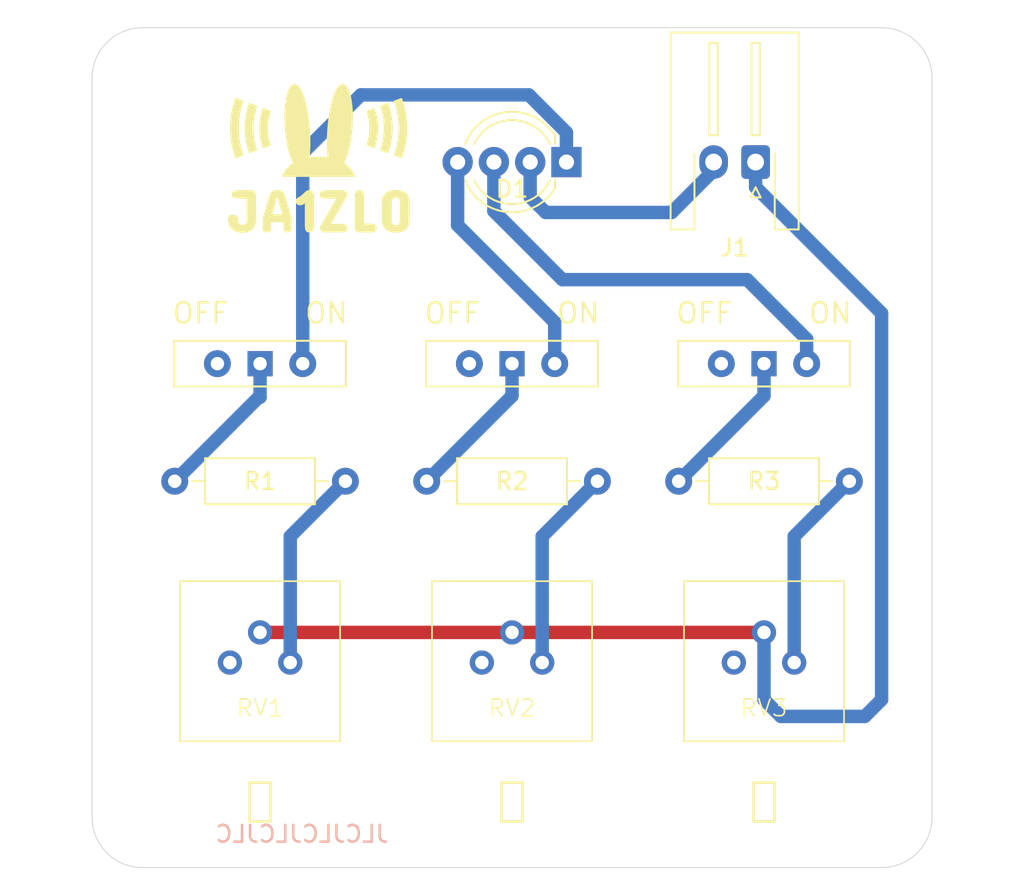
<source format=kicad_pcb>
(kicad_pcb (version 20240108) (generator "pcbnew") (generator_version "8.0")
  (layers (0 "F.Cu" signal) (31 "B.Cu" signal) (34 "B.Paste" user) (35 "F.Paste" user) (36 "B.SilkS" user "B.Silkscreen") (37 "F.SilkS" user "F.Silkscreen") (38 "B.Mask" user) (39 "F.Mask" user) (44 "Edge.Cuts" user))
  (net 0 "")
  (net 1 "Net-(D1-RA)")
  (net 2 "GND")
  (net 3 "Net-(D1-BA)")
  (net 4 "Net-(D1-GA)")
  (net 8 "+5V")
  (net 9 "Net-(SW1-B)")
  (net 10 "Net-(SW2-B)")
  (net 11 "Net-(SW3-B)")
  (net 12 "Net-(R1-Pad2)")
  (net 13 "Net-(R2-Pad2)")
  (net 14 "Net-(R3-Pad2)")
  (footprint "Resistor_THT:R_Axial_DIN0207_L6.3mm_D2.5mm_P10.16mm_Horizontal" (layer "F.Cu") (at 99.92 52)
    (property "Reference" "R2")
    (property "Value" "R")
  )
  (footprint "MountingHole:MountingHole_3.2mm_M3" (layer "F.Cu") (at 84 29)
    (property "Reference" "REF**" (hide yes))
    (property "Value" "MountingHole_3.2mm_M3")
  )
  (footprint "MountingHole:MountingHole_3.2mm_M3" (layer "F.Cu") (at 84 71)
    (property "Reference" "REF**" (hide yes))
    (property "Value" "MountingHole_3.2mm_M3")
  )
  (footprint "Resistor_THT:R_Axial_DIN0207_L6.3mm_D2.5mm_P10.16mm_Horizontal" (layer "F.Cu") (at 84.92 52)
    (property "Reference" "R1")
    (property "Value" "R")
  )
  (footprint "MountingHole:MountingHole_3.2mm_M3" (layer "F.Cu") (at 126 29)
    (property "Reference" "REF**" (hide yes))
    (property "Value" "MountingHole_3.2mm_M3")
  )
  (footprint "MountingHole:MountingHole_3.2mm_M3" (layer "F.Cu") (at 126 71)
    (property "Reference" "REF**" (hide yes))
    (property "Value" "MountingHole_3.2mm_M3")
  )
  (footprint "Library:potention_3386k" (layer "F.Cu") (at 120 61)
    (property "Reference" "RV3")
    (property "Value" "R_Potentiometer")
  )
  (footprint "LED_THT:LED_D5.0mm-4_RGB_Wide_Pins" (layer "F.Cu") (at 108.24 33 180)
    (property "Reference" "D1")
    (property "Value" "LED_GBKR")
  )
  (footprint "Button_Switch_THT:SW_Slide-03_Wuerth-WS-SLTV_10x2.5x6.4_P2.54mm" (layer "F.Cu") (at 120 45)
    (property "Reference" "SW3" (hide yes))
    (property "Value" "SW_SPDT_312")
  )
  (footprint "Button_Switch_THT:SW_Slide-03_Wuerth-WS-SLTV_10x2.5x6.4_P2.54mm" (layer "F.Cu") (at 105 45)
    (property "Reference" "SW2" (hide yes))
    (property "Value" "SW_SPDT_312")
  )
  (footprint "Connector_JST:JST_XH_S2B-XH-A-1_1x02_P2.50mm_Horizontal" (layer "F.Cu") (at 119.5 33 180)
    (property "Reference" "J1")
    (property "Value" "Conn_01x02_Pin")
  )
  (footprint "Library:potention_3386k" (layer "F.Cu") (at 105 61)
    (property "Reference" "RV2")
    (property "Value" "R_Potentiometer")
  )
  (footprint "Resistor_THT:R_Axial_DIN0207_L6.3mm_D2.5mm_P10.16mm_Horizontal" (layer "F.Cu") (at 114.92 52)
    (property "Reference" "R3")
    (property "Value" "R")
  )
  (footprint "Library:potention_3386k" (layer "F.Cu") (at 90 61)
    (property "Reference" "RV1")
    (property "Value" "R_Potentiometer")
  )
  (footprint "Button_Switch_THT:SW_Slide-03_Wuerth-WS-SLTV_10x2.5x6.4_P2.54mm" (layer "F.Cu") (at 90 45)
    (property "Reference" "SW1" (hide yes))
    (property "Value" "SW_SPDT_312")
  )
  (gr_poly (pts (xy 93.680254 32.682744) (xy 93.869703 32.696477) (xy 93.962509 32.7068) (xy 94.053923 32.719437) (xy 94.143863 32.734395) (xy 94.232246 32.75168) (xy 94.318989 32.771302) (xy 94.404007 32.793266) (xy 94.487219 32.81758) (xy 94.56854 32.844251) (xy 94.647887 32.873286) (xy 94.725178 32.904693) (xy 94.800328 32.938479) (xy 94.873255 32.97465) (xy 94.943875 33.013215) (xy 95.012106 33.054181) (xy 95.077863 33.097554) (xy 95.141063 33.143342) (xy 95.201624 33.191552) (xy 95.259462 33.242191) (xy 95.314494 33.295267) (xy 95.366636 33.350787) (xy 95.415805 33.408757) (xy 95.461918 33.469186) (xy 95.504892 33.532081) (xy 95.544644 33.597448) (xy 95.581089 33.665295) (xy 95.614146 33.735629) (xy 95.64373 33.808457) (xy 95.669758 33.883787) (xy 91.30285 33.883787) (xy 91.328878 33.808457) (xy 91.358462 33.735629) (xy 91.391518 33.665295) (xy 91.427964 33.597448) (xy 91.467715 33.532081) (xy 91.510689 33.469186) (xy 91.556802 33.408757) (xy 91.605971 33.350787) (xy 91.713144 33.242191) (xy 91.831541 33.143342) (xy 91.960495 33.054181) (xy 92.099342 32.97465) (xy 92.247413 32.904693) (xy 92.404043 32.844251) (xy 92.568565 32.793266) (xy 92.740314 32.75168) (xy 92.918622 32.719437) (xy 93.102823 32.696477) (xy 93.292251 32.682744) (xy 93.48624 32.678179)) (stroke (width -0.000001)) (fill solid) (layer "F.SilkS"))
  (gr_poly (pts (xy 91.135043 34.667975) (xy 91.158254 34.669305) (xy 91.169462 34.670301) (xy 91.180406 34.671519) (xy 91.191087 34.672957) (xy 91.201506 34.674615) (xy 91.211661 34.676494) (xy 91.221555 34.678592) (xy 91.231187 34.680909) (xy 91.240559 34.683446) (xy 91.24967 34.686202) (xy 91.258521 34.689177) (xy 91.267113 34.69237) (xy 91.275446 34.695782) (xy 91.283617 34.69931) (xy 91.291595 34.702984) (xy 91.299379 34.706802) (xy 91.306969 34.710765) (xy 91.314365 34.714872) (xy 91.321567 34.719124) (xy 91.328576 34.723519) (xy 91.335391 34.728057) (xy 91.342012 34.73274) (xy 91.348439 34.737565) (xy 91.354672 34.742533) (xy 91.360712 34.747643) (xy 91.366558 34.752896) (xy 91.37221 34.758291) (xy 91.377668 34.763828) (xy 91.382933 34.769506) (xy 91.388096 34.775259) (xy 91.393123 34.781149) (xy 91.398012 34.787175) (xy 91.402764 34.793336) (xy 91.407378 34.799633) (xy 91.411855 34.806065) (xy 91.416195 34.812631) (xy 91.420398 34.819331) (xy 91.424464 34.826164) (xy 91.428392 34.833129) (xy 91.432183 34.840227) (xy 91.435836 34.847457) (xy 91.439353 34.854817) (xy 91.442732 34.862309) (xy 91.445974 34.869931) (xy 91.449079 34.877682) (xy 91.455022 34.893265) (xy 91.460838 34.909006) (xy 91.472096 34.940943) (xy 91.48287 34.973461) (xy 91.493176 35.006528) (xy 91.868001 36.279145) (xy 91.876959 36.529947) (xy 91.879346 36.593221) (xy 91.881071 36.655413) (xy 91.882118 36.716538) (xy 91.882471 36.776615) (xy 91.882471 36.831048) (xy 91.882153 36.864896) (xy 91.881222 36.898227) (xy 91.879709 36.931042) (xy 91.877648 36.963339) (xy 91.876308 36.979165) (xy 91.875409 36.986933) (xy 91.874358 36.994604) (xy 91.873156 37.002178) (xy 91.871804 37.009655) (xy 91.8703 37.017035) (xy 91.868647 37.024318) (xy 91.866845 37.031504) (xy 91.864893 37.038593) (xy 91.862793 37.045585) (xy 91.860546 37.052481) (xy 91.858151 37.05928) (xy 91.855609 37.065981) (xy 91.852921 37.072586) (xy 91.850087 37.079094) (xy 91.847043 37.085408) (xy 91.843789 37.091562) (xy 91.840326 37.097554) (xy 91.836653 37.103387) (xy 91.832772 37.109061) (xy 91.828682 37.114575) (xy 91.824384 37.119931) (xy 91.819878 37.125129) (xy 91.815163 37.13017) (xy 91.810241 37.135053) (xy 91.805112 37.13978) (xy 91.799775 37.144351) (xy 91.794232 37.148767) (xy 91.788481 37.153028) (xy 91.782525 37.157135) (xy 91.776362 37.161087) (xy 91.7699 37.164777) (xy 91.763112 37.168226) (xy 91.755996 37.171433) (xy 91.748554 37.174399) (xy 91.740784 37.177126) (xy 91.732687 37.179612) (xy 91.724264 37.18186) (xy 91.715513 37.183868) (xy 91.706435 37.185639) (xy 91.697031 37.187171) (xy 91.687299 37.188467) (xy 91.67724 37.189526) (xy 91.666855 37.190348) (xy 91.656142 37.190935) (xy 91.645102 37.191287) (xy 91.633736 37.191404) (xy 91.622179 37.191287) (xy 91.610958 37.190935) (xy 91.600071 37.190348) (xy 91.58952 37.189526) (xy 91.579304 37.188467) (xy 91.569423 37.187171) (xy 91.559876 37.185639) (xy 91.550666 37.183868) (xy 91.54179 37.18186) (xy 91.533249 37.179612) (xy 91.525043 37.177126) (xy 91.517173 37.174399) (xy 91.509637 37.171433) (xy 91.502437 37.168226) (xy 91.495572 37.164777) (xy 91.489041 37.161087) (xy 91.482846 37.157137) (xy 91.476857 37.153037) (xy 91.471074 37.148787) (xy 91.465496 37.144386) (xy 91.460125 37.139836) (xy 91.454959 37.135135) (xy 91.45 37.130283) (xy 91.445246 37.12528) (xy 91.440698 37.120125) (xy 91.436356 37.114819) (xy 91.43222 37.109361) (xy 91.428289 37.10375) (xy 91.424565 37.097988) (xy 91.421047 37.092072) (xy 91.417734 37.086004) (xy 91.414627 37.079783) (xy 91.411668 37.073366) (xy 91.408862 37.06684) (xy 91.40621 37.060204) (xy 91.403711 37.05346) (xy 91.401365 37.046607) (xy 91.399173 37.039645) (xy 91.397134 37.032574) (xy 91.395249 37.025394) (xy 91.393517 37.018105) (xy 91.391938 37.010706) (xy 91.390513 37.003199) (xy 91.389242 36.995583) (xy 91.388123 36.987858) (xy 91.387158 36.980024) (xy 91.386347 36.972081) (xy 91.385689 36.964028) (xy 91.38388 36.931478) (xy 91.382588 36.898442) (xy 91.381813 36.864955) (xy 91.381555 36.831048) (xy 91.381555 36.578178) (xy 90.660153 36.578178) (xy 90.660153 36.831048) (xy 90.659835 36.864955) (xy 90.658904 36.898442) (xy 90.657391 36.931478) (xy 90.65533 36.964028) (xy 90.654732 36.972081) (xy 90.653973 36.980024) (xy 90.653053 36.987858) (xy 90.651971 36.995583) (xy 90.650727 37.003199) (xy 90.649322 37.010706) (xy 90.647756 37.018105) (xy 90.646028 37.025394) (xy 90.644139 37.032574) (xy 90.642088 37.039645) (xy 90.639875 37.046607) (xy 90.637502 37.05346) (xy 90.634966 37.060204) (xy 90.632269 37.06684) (xy 90.629411 37.073366) (xy 90.626391 37.079783) (xy 90.623254 37.086004) (xy 90.619915 37.092072) (xy 90.616375 37.097988) (xy 90.612632 37.10375) (xy 90.608688 37.109361) (xy 90.604542 37.114819) (xy 90.600194 37.120125) (xy 90.595644 37.12528) (xy 90.590892 37.130283) (xy 90.585938 37.135135) (xy 90.580783 37.139836) (xy 90.575425 37.144386) (xy 90.569866 37.148787) (xy 90.564105 37.153037) (xy 90.558142 37.157137) (xy 90.551977 37.161087) (xy 90.54551 37.164777) (xy 90.538703 37.168226) (xy 90.531558 37.171433) (xy 90.524075 37.174399) (xy 90.516253 37.177126) (xy 90.508094 37.179612) (xy 90.499597 37.18186) (xy 90.490762 37.183868) (xy 90.481591 37.185639) (xy 90.472082 37.187171) (xy 90.462237 37.188467) (xy 90.452056 37.189526) (xy 90.441539 37.190348) (xy 90.430685 37.190935) (xy 90.419497 37.191287) (xy 90.407972 37.191404) (xy 90.396416 37.191287) (xy 90.385194 37.190935) (xy 90.374308 37.190348) (xy 90.363757 37.189526) (xy 90.353541 37.188467) (xy 90.34366 37.187171) (xy 90.334114 37.185639) (xy 90.324903 37.183868) (xy 90.316027 37.18186) (xy 90.307486 37.179612) (xy 90.299281 37.177126) (xy 90.29141 37.174399) (xy 90.283875 37.171433) (xy 90.276674 37.168226) (xy 90.269809 37.164777) (xy 90.263279 37.161087) (xy 90.257086 37.157135) (xy 90.251103 37.153028) (xy 90.24533 37.148767) (xy 90.239769 37.144351) (xy 90.234418 37.13978) (xy 90.229278 37.135053) (xy 90.22435 37.13017) (xy 90.219634 37.125129) (xy 90.215129 37.119931) (xy 90.210837 37.114575) (xy 90.206757 37.109061) (xy 90.20289 37.103387) (xy 90.199236 37.097554) (xy 90.195795 37.091562) (xy 90.192567 37.085408) (xy 90.189554 37.079094) (xy 90.186693 37.072586) (xy 90.18399 37.065981) (xy 90.181445 37.05928) (xy 90.179057 37.052481) (xy 90.176826 37.045585) (xy 90.174753 37.038593) (xy 90.172838 37.031504) (xy 90.17108 37.024318) (xy 90.169479 37.017035) (xy 90.168036 37.009655) (xy 90.16675 37.002178) (xy 90.165621 36.994604) (xy 90.16465 36.986933) (xy 90.163837 36.979165) (xy 90.163181 36.971301) (xy 90.162682 36.963339) (xy 90.161126 36.931042) (xy 90.160055 36.898227) (xy 90.159436 36.864896) (xy 90.159237 36.831048) (xy 90.159237 36.776615) (xy 90.159388 36.719104) (xy 90.159926 36.658104) (xy 90.160701 36.594413) (xy 90.161993 36.529947) (xy 90.166127 36.401101) (xy 90.167979 36.338572) (xy 90.169572 36.279145) (xy 90.221274 36.102755) (xy 90.735945 36.102755) (xy 91.309208 36.102755) (xy 91.042558 35.136063) (xy 91.002595 35.136063) (xy 90.735945 36.102755) (xy 90.221274 36.102755) (xy 90.262051 35.963639) (xy 90.359052 35.64387) (xy 90.455988 35.323326) (xy 90.548532 35.006528) (xy 90.553102 34.989928) (xy 90.557896 34.973461) (xy 90.562912 34.957131) (xy 90.568148 34.940943) (xy 90.573602 34.924899) (xy 90.579271 34.909006) (xy 90.585155 34.893265) (xy 90.591251 34.877682) (xy 90.594481 34.869931) (xy 90.597839 34.862309) (xy 90.601326 34.854817) (xy 90.60494 34.847457) (xy 90.608681 34.840227) (xy 90.61255 34.833129) (xy 90.616544 34.826164) (xy 90.620664 34.819331) (xy 90.624909 34.812631) (xy 90.629278 34.806065) (xy 90.633772 34.799633) (xy 90.63839 34.793336) (xy 90.64313 34.787175) (xy 90.647994 34.781149) (xy 90.652979 34.775259) (xy 90.658086 34.769506) (xy 90.663409 34.763828) (xy 90.668913 34.758291) (xy 90.674599 34.752896) (xy 90.680466 34.747643) (xy 90.686513 34.742533) (xy 90.69274 34.737565) (xy 90.699148 34.73274) (xy 90.705736 34.728057) (xy 90.712503 34.723519) (xy 90.71945 34.719124) (xy 90.726576 34.714872) (xy 90.733881 34.710765) (xy 90.741364 34.706802) (xy 90.749026 34.702984) (xy 90.756866 34.69931) (xy 90.764883 34.695782) (xy 90.773103 34.69237) (xy 90.781613 34.689177) (xy 90.790413 34.686202) (xy 90.799501 34.683446) (xy 90.808879 34.680909) (xy 90.818544 34.678592) (xy 90.828497 34.676494) (xy 90.838738 34.674615) (xy 90.849265 34.672957) (xy 90.860078 34.671519) (xy 90.871176 34.670301) (xy 90.88256 34.669305) (xy 90.894229 34.668529) (xy 90.906181 34.667975) (xy 90.918418 34.667642) (xy 90.930937 34.667531) (xy 91.110771 34.667531)) (stroke (width -0.000001)) (fill solid) (layer "F.SilkS"))
  (gr_poly (pts (xy 95.920819 34.667672) (xy 95.933109 34.668096) (xy 95.945043 34.668801) (xy 95.956624 34.669787) (xy 95.96785 34.671053) (xy 95.978722 34.6726) (xy 95.98924 34.674426) (xy 95.999405 34.676531) (xy 96.009216 34.678915) (xy 96.018675 34.681577) (xy 96.02778 34.684517) (xy 96.036534 34.687733) (xy 96.044935 34.691226) (xy 96.052984 34.694996) (xy 96.060681 34.69904) (xy 96.068027 34.70336) (xy 96.07514 34.707938) (xy 96.082012 34.712694) (xy 96.088641 34.717627) (xy 96.095028 34.722736) (xy 96.101172 34.728022) (xy 96.107074 34.733485) (xy 96.112735 34.739124) (xy 96.118153 34.744938) (xy 96.123328 34.750928) (xy 96.128262 34.757094) (xy 96.132953 34.763435) (xy 96.137402 34.76995) (xy 96.141609 34.77664) (xy 96.145573 34.783505) (xy 96.149296 34.790543) (xy 96.152776 34.797756) (xy 96.156119 34.805148) (xy 96.159299 34.812662) (xy 96.162318 34.820297) (xy 96.165173 34.828054) (xy 96.167865 34.835933) (xy 96.170392 34.843935) (xy 96.172756 34.852059) (xy 96.174954 34.860306) (xy 96.176986 34.868676) (xy 96.178853 34.87717) (xy 96.180553 34.885787) (xy 96.182086 34.894528) (xy 96.183451 34.903393) (xy 96.184649 34.912383) (xy 96.185678 34.921497) (xy 96.186538 34.930736) (xy 96.187991 34.949259) (xy 96.189251 34.967879) (xy 96.191189 35.005409) (xy 96.192351 35.043326) (xy 96.192739 35.081631) (xy 96.192739 36.661549) (xy 96.546205 36.661549) (xy 96.564583 36.66167) (xy 96.582898 36.662031) (xy 96.601153 36.66263) (xy 96.619349 36.663466) (xy 96.637488 36.664535) (xy 96.655573 36.665837) (xy 96.673605 36.667369) (xy 96.691588 36.669128) (xy 96.709424 36.67118) (xy 96.726762 36.673847) (xy 96.743604 36.677131) (xy 96.759951 36.681036) (xy 96.76794 36.683221) (xy 96.775806 36.685562) (xy 96.783549 36.688059) (xy 96.79117 36.690712) (xy 96.798668 36.693521) (xy 96.806045 36.696487) (xy 96.8133 36.69961) (xy 96.820434 36.702891) (xy 96.827483 36.70635) (xy 96.834355 36.710011) (xy 96.841049 36.713873) (xy 96.847567 36.717936) (xy 96.853908 36.722198) (xy 96.860072 36.726659) (xy 96.866061 36.73132) (xy 96.871874 36.736178) (xy 96.877511 36.741235) (xy 96.882972 36.746489) (xy 96.888259 36.751939) (xy 96.89337 36.757586) (xy 96.898307 36.763429) (xy 96.90307 36.769467) (xy 96.907659 36.7757) (xy 96.912073 36.782127) (xy 96.916236 36.788831) (xy 96.920131 36.795829) (xy 96.92376 36.803122) (xy 96.927121 36.81071) (xy 96.930215 36.818593) (xy 96.933042 36.826771) (xy 96.9356 36.835243) (xy 96.93789 36.84401) (xy 96.939912 36.853071) (xy 96.941664 36.862427) (xy 96.943148 36.872078) (xy 96.944363 36.882024) (xy 96.945308 36.892264) (xy 96.945984 36.902799) (xy 96.946389 36.913629) (xy 96.946524 36.924754) (xy 96.946389 36.93607) (xy 96.945984 36.947088) (xy 96.945308 36.957808) (xy 96.944363 36.968229) (xy 96.943148 36.978353) (xy 96.941664 36.98818) (xy 96.939912 36.997709) (xy 96.93789 37.006941) (xy 96.9356 37.015876) (xy 96.933042 37.024515) (xy 96.930215 37.032858) (xy 96.927121 37.040905) (xy 96.92376 37.048656) (xy 96.920131 37.056111) (xy 96.916236 37.063271) (xy 96.912073 37.070136) (xy 96.907659 37.076685) (xy 96.90307 37.083024) (xy 96.898307 37.089154) (xy 96.89337 37.095076) (xy 96.888259 37.10079) (xy 96.882972 37.106296) (xy 96.877511 37.111596) (xy 96.871874 37.116689) (xy 96.866061 37.121576) (xy 96.860072 37.126258) (xy 96.853908 37.130735) (xy 96.847567 37.135007) (xy 96.841049 37.139076) (xy 96.834355 37.142941) (xy 96.827483 37.146603) (xy 96.820434 37.150063) (xy 96.8133 37.153347) (xy 96.806045 37.156482) (xy 96.798668 37.159466) (xy 96.79117 37.162301) (xy 96.783549 37.164985) (xy 96.775806 37.167519) (xy 96.76794 37.169901) (xy 96.759951 37.172133) (xy 96.751839 37.174213) (xy 96.743604 37.176142) (xy 96.735245 37.177918) (xy 96.726762 37.179543) (xy 96.718155 37.181015) (xy 96.709424 37.182334) (xy 96.700568 37.183501) (xy 96.691588 37.184514) (xy 96.673605 37.186145) (xy 96.655573 37.187553) (xy 96.637488 37.188738) (xy 96.619349 37.189703) (xy 96.601153 37.190451) (xy 96.582898 37.190982) (xy 96.564583 37.191299) (xy 96.546205 37.191404) (xy 96.034265 37.191404) (xy 95.987689 37.190982) (xy 95.943809 37.189703) (xy 95.922876 37.188738) (xy 95.902611 37.187553) (xy 95.883012 37.186145) (xy 95.864077 37.184514) (xy 95.845957 37.182334) (xy 95.828544 37.179543) (xy 95.820101 37.177918) (xy 95.811834 37.176142) (xy 95.80374 37.174213) (xy 95.795821 37.172133) (xy 95.788076 37.169901) (xy 95.780504 37.167519) (xy 95.773104 37.164985) (xy 95.765876 37.162301) (xy 95.75882 37.159466) (xy 95.751935 37.156482) (xy 95.745221 37.153347) (xy 95.738676 37.150063) (xy 95.732378 37.146603) (xy 95.726273 37.142941) (xy 95.720361 37.139076) (xy 95.714641 37.135007) (xy 95.709113 37.130735) (xy 95.703776 37.126258) (xy 95.69863 37.121576) (xy 95.693674 37.116689) (xy 95.688908 37.111596) (xy 95.684331 37.106296) (xy 95.679943 37.10079) (xy 95.675744 37.095076) (xy 95.671732 37.089154) (xy 95.667907 37.083024) (xy 95.664269 37.076685) (xy 95.660817 37.070136) (xy 95.657563 37.063271) (xy 95.654519 37.056111) (xy 95.651685 37.048656) (xy 95.649061 37.040905) (xy 95.646646 37.032858) (xy 95.644442 37.024515) (xy 95.642448 37.015876) (xy 95.640663 37.006941) (xy 95.639089 36.997709) (xy 95.637724 36.98818) (xy 95.63657 36.978353) (xy 95.635625 36.968229) (xy 95.63489 36.957808) (xy 95.634365 36.947088) (xy 95.63405 36.93607) (xy 95.633945 36.924754) (xy 95.633945 35.081631) (xy 95.634051 35.06243) (xy 95.634368 35.043326) (xy 95.634899 35.024319) (xy 95.635646 35.005409) (xy 95.636612 34.986595) (xy 95.637797 34.967879) (xy 95.639204 34.949259) (xy 95.640836 34.930736) (xy 95.643024 34.912383) (xy 95.645842 34.894528) (xy 95.64929 34.87717) (xy 95.653367 34.860306) (xy 95.658075 34.843935) (xy 95.660664 34.835933) (xy 95.663412 34.828054) (xy 95.666316 34.820297) (xy 95.669379 34.812662) (xy 95.672598 34.805148) (xy 95.675976 34.797756) (xy 95.679597 34.790543) (xy 95.68342 34.783505) (xy 95.687444 34.77664) (xy 95.691669 34.76995) (xy 95.696096 34.763435) (xy 95.700722 34.757094) (xy 95.70555 34.750928) (xy 95.710577 34.744938) (xy 95.715804 34.739124) (xy 95.721231 34.733485) (xy 95.726857 34.728022) (xy 95.732682 34.722736) (xy 95.738706 34.717627) (xy 95.744929 34.712694) (xy 95.751349 34.707938) (xy 95.757968 34.70336) (xy 95.764914 34.69904) (xy 95.772187 34.694996) (xy 95.779786 34.691226) (xy 95.787712 34.687733) (xy 95.795963 34.684517) (xy 95.804541 34.681577) (xy 95.813444 34.678915) (xy 95.822672 34.676531) (xy 95.832225 34.674426) (xy 95.842102 34.6726) (xy 95.852305 34.671053) (xy 95.862831 34.669787) (xy 95.873682 34.668801) (xy 95.884856 34.668096) (xy 95.896354 34.667672) (xy 95.908174 34.667531)) (stroke (width -0.000001)) (fill solid) (layer "F.SilkS"))
  (gr_poly (pts (xy 96.861334 29.911176) (xy 96.904472 30.056923) (xy 96.941627 30.2051) (xy 96.957886 30.280069) (xy 96.972561 30.355607) (xy 96.98562 30.431702) (xy 96.997035 30.508342) (xy 97.006776 30.585514) (xy 97.014812 30.663205) (xy 97.021114 30.741403) (xy 97.025653 30.820094) (xy 97.028398 30.899268) (xy 97.029319 30.97891) (xy 97.0284 31.058521) (xy 97.02566 31.137668) (xy 97.02113 31.216336) (xy 97.014839 31.294512) (xy 97.006816 31.372184) (xy 96.99709 31.449338) (xy 96.985691 31.525961) (xy 96.972648 31.60204) (xy 96.95799 31.677562) (xy 96.941746 31.752514) (xy 96.923946 31.826882) (xy 96.904619 31.900654) (xy 96.883793 31.973816) (xy 96.8615 32.046356) (xy 96.812624 32.189514) (xy 96.31722 32.009164) (xy 96.358776 31.887327) (xy 96.39546 31.763333) (xy 96.427065 31.637267) (xy 96.440899 31.573485) (xy 96.453386 31.509217) (xy 96.4645 31.444475) (xy 96.474216 31.379269) (xy 96.482508 31.313611) (xy 96.48935 31.247511) (xy 96.494716 31.18098) (xy 96.498581 31.114029) (xy 96.500919 31.046669) (xy 96.501704 30.97891) (xy 96.500919 30.911119) (xy 96.498582 30.843727) (xy 96.494717 30.776744) (xy 96.48935 30.710182) (xy 96.482509 30.644052) (xy 96.474217 30.578366) (xy 96.464501 30.513133) (xy 96.453387 30.448366) (xy 96.4409 30.384075) (xy 96.427066 30.320272) (xy 96.411911 30.256967) (xy 96.395461 30.194172) (xy 96.377741 30.131898) (xy 96.358777 30.070156) (xy 96.31722 29.948312) (xy 96.812452 29.767961)) (stroke (width -0.000001)) (fill solid) (layer "F.SilkS"))
  (gr_poly (pts (xy 98.513085 29.388814) (xy 98.577344 29.605837) (xy 98.63268 29.826493) (xy 98.656892 29.938136) (xy 98.678742 30.05063) (xy 98.698186 30.163956) (xy 98.71518 30.278094) (xy 98.72968 30.393025) (xy 98.741642 30.50873) (xy 98.751023 30.625191) (xy 98.757777 30.742387) (xy 98.761862 30.860299) (xy 98.763233 30.97891) (xy 98.761862 31.097489) (xy 98.757777 31.215375) (xy 98.751024 31.332548) (xy 98.741645 31.448989) (xy 98.729686 31.564678) (xy 98.715189 31.679595) (xy 98.698201 31.793722) (xy 98.678764 31.907038) (xy 98.656923 32.019525) (xy 98.632722 32.131162) (xy 98.606205 32.241931) (xy 98.577416 32.351812) (xy 98.5464 32.460786) (xy 98.5132 32.568833) (xy 98.440428 32.782069) (xy 97.945024 32.601719) (xy 98.010527 32.409804) (xy 98.068331 32.214491) (xy 98.118117 32.015915) (xy 98.139904 31.915447) (xy 98.159567 31.814215) (xy 98.177066 31.712235) (xy 98.192361 31.609527) (xy 98.205412 31.506105) (xy 98.21618 31.401988) (xy 98.224624 31.297193) (xy 98.230705 31.191737) (xy 98.234383 31.085637) (xy 98.235618 30.97891) (xy 98.234383 30.872152) (xy 98.230705 30.766026) (xy 98.224624 30.660546) (xy 98.21618 30.555732) (xy 98.205412 30.451598) (xy 98.192361 30.348163) (xy 98.177066 30.245442) (xy 98.159567 30.143454) (xy 98.139905 30.042215) (xy 98.118118 29.941741) (xy 98.094247 29.84205) (xy 98.068331 29.743159) (xy 98.040412 29.645084) (xy 98.010527 29.547843) (xy 97.945024 29.355928) (xy 98.440256 29.175578) (xy 98.440256 29.175577)) (stroke (width -0.000001)) (fill solid) (layer "F.SilkS"))
  (gr_poly (pts (xy 94.936601 28.35513) (xy 94.976861 28.362091) (xy 95.016 28.375724) (xy 95.053985 28.39586) (xy 95.090779 28.422329) (xy 95.160656 28.49359) (xy 95.225351 28.588155) (xy 95.284582 28.704669) (xy 95.338069 28.841778) (xy 95.38553 28.99813) (xy 95.426686 29.172369) (xy 95.461256 29.363143) (xy 95.488957 29.569098) (xy 95.509511 29.78888) (xy 95.522635 30.021135) (xy 95.528048 30.264509) (xy 95.525472 30.517649) (xy 95.514623 30.779201) (xy 95.495222 31.047812) (xy 95.467682 31.315709) (xy 95.432947 31.575168) (xy 95.391528 31.824906) (xy 95.343936 32.063637) (xy 95.290683 32.290077) (xy 95.232281 32.502944) (xy 95.16924 32.700952) (xy 95.13614 32.793982) (xy 95.102072 32.882817) (xy 95.067101 32.967295) (xy 95.031289 33.047256) (xy 94.994702 33.122539) (xy 94.957402 33.192984) (xy 94.919455 33.25843) (xy 94.880923 33.318717) (xy 94.841871 33.373684) (xy 94.802363 33.423171) (xy 94.762463 33.467017) (xy 94.722234 33.505062) (xy 94.68174 33.537146) (xy 94.641046 33.563107) (xy 94.600215 33.582785) (xy 94.559312 33.59602) (xy 94.5184 33.602651) (xy 94.477543 33.602518) (xy 94.437558 33.595528) (xy 94.399222 33.581811) (xy 94.362534 33.561541) (xy 94.327494 33.534889) (xy 94.262358 33.463134) (xy 94.203811 33.367929) (xy 94.151855 33.250656) (xy 94.106487 33.112699) (xy 94.067708 32.955439) (xy 94.035516 32.780261) (xy 94.009911 32.588546) (xy 93.990892 32.381678) (xy 93.978458 32.161038) (xy 93.972608 31.92801) (xy 93.973342 31.683977) (xy 93.980659 31.430322) (xy 93.994559 31.168426) (xy 94.015039 30.899673) (xy 94.041499 30.63189) (xy 94.073184 30.372753) (xy 94.109862 30.123517) (xy 94.151306 29.885436) (xy 94.197284 29.659764) (xy 94.247568 29.447756) (xy 94.301926 29.250666) (xy 94.36013 29.069749) (xy 94.390602 28.985747) (xy 94.421949 28.906258) (xy 94.454142 28.831439) (xy 94.487153 28.761448) (xy 94.520953 28.69644) (xy 94.555513 28.636573) (xy 94.590804 28.582004) (xy 94.626798 28.532888) (xy 94.663467 28.489384) (xy 94.70078 28.451647) (xy 94.73871 28.419835) (xy 94.777227 28.394104) (xy 94.816304 28.374611) (xy 94.855911 28.361513) (xy 94.89602 28.354967)) (stroke (width -0.000001)) (fill solid) (layer "F.SilkS"))
  (gr_poly (pts (xy 97.687211 29.650027) (xy 97.740909 29.831379) (xy 97.787154 30.01578) (xy 97.80739 30.109082) (xy 97.825652 30.203097) (xy 97.841904 30.297808) (xy 97.856108 30.393199) (xy 97.868229 30.489254) (xy 97.878228 30.585956) (xy 97.886069 30.683289) (xy 97.891715 30.781237) (xy 97.89513 30.879782) (xy 97.896277 30.978909) (xy 97.89513 31.078006) (xy 97.891716 31.176525) (xy 97.88607 31.274449) (xy 97.87823 31.371762) (xy 97.868234 31.468448) (xy 97.856118 31.564489) (xy 97.841919 31.659869) (xy 97.825674 31.754571) (xy 97.807421 31.848579) (xy 97.787196 31.941876) (xy 97.765037 32.034445) (xy 97.740981 32.12627) (xy 97.715065 32.217333) (xy 97.687326 32.307619) (xy 97.626526 32.485792) (xy 97.131123 32.305441) (xy 97.184654 32.14859) (xy 97.231898 31.988948) (xy 97.272594 31.826629) (xy 97.290404 31.744501) (xy 97.306479 31.661748) (xy 97.320785 31.578383) (xy 97.333291 31.49442) (xy 97.343962 31.409875) (xy 97.352767 31.324761) (xy 97.359672 31.239094) (xy 97.364645 31.152886) (xy 97.367652 31.066153) (xy 97.368662 30.97891) (xy 97.368662 30.978909) (xy 97.367652 30.891635) (xy 97.364644 30.804876) (xy 97.35967 30.718645) (xy 97.352763 30.632958) (xy 97.343956 30.547827) (xy 97.333281 30.463268) (xy 97.32077 30.379294) (xy 97.306456 30.29592) (xy 97.290372 30.21316) (xy 97.27255 30.131027) (xy 97.253023 30.049536) (xy 97.231824 29.968701) (xy 97.208984 29.888537) (xy 97.184537 29.809056) (xy 97.130951 29.652205) (xy 97.626355 29.471855)) (stroke (width -0.000001)) (fill solid) (layer "F.SilkS"))
  (gr_poly (pts (xy 89.471652 34.667672) (xy 89.483978 34.668096) (xy 89.495971 34.668801) (xy 89.507633 34.669787) (xy 89.518963 34.671053) (xy 89.529961 34.6726) (xy 89.540626 34.674426) (xy 89.550958 34.676531) (xy 89.560957 34.678915) (xy 89.570623 34.681577) (xy 89.579955 34.684517) (xy 89.588954 34.687733) (xy 89.597618 34.691226) (xy 89.605948 34.694996) (xy 89.613943 34.69904) (xy 89.621604 34.70336) (xy 89.629044 34.707938) (xy 89.636251 34.712694) (xy 89.643223 34.717627) (xy 89.649961 34.722736) (xy 89.656465 34.728022) (xy 89.662735 34.733485) (xy 89.668771 34.739124) (xy 89.674572 34.744938) (xy 89.680139 34.750928) (xy 89.685473 34.757094) (xy 89.690572 34.763435) (xy 89.695436 34.76995) (xy 89.700067 34.77664) (xy 89.704464 34.783505) (xy 89.708626 34.790543) (xy 89.712554 34.797756) (xy 89.716343 34.805148) (xy 89.719959 34.812662) (xy 89.723401 34.820297) (xy 89.726671 34.828054) (xy 89.729768 34.835933) (xy 89.732693 34.843935) (xy 89.735446 34.852059) (xy 89.738026 34.860306) (xy 89.740436 34.868676) (xy 89.742674 34.87717) (xy 89.74474 34.885787) (xy 89.746636 34.894528) (xy 89.748362 34.903393) (xy 89.749917 34.912383) (xy 89.751302 34.921497) (xy 89.752517 34.930736) (xy 89.754584 34.949259) (xy 89.756388 34.967879) (xy 89.757925 34.986595) (xy 89.759192 35.005409) (xy 89.760185 35.024319) (xy 89.760899 35.043326) (xy 89.76133 35.06243) (xy 89.761475 35.081631) (xy 89.761475 36.452088) (xy 89.760619 36.49808) (xy 89.758056 36.542268) (xy 89.756136 36.563687) (xy 89.75379 36.584655) (xy 89.751019 36.605175) (xy 89.747823 36.625246) (xy 89.744204 36.644869) (xy 89.740162 36.664045) (xy 89.735696 36.682773) (xy 89.730808 36.701054) (xy 89.725498 36.71889) (xy 89.719767 36.73628) (xy 89.713615 36.753224) (xy 89.707042 36.769724) (xy 89.700213 36.785758) (xy 89.693163 36.801433) (xy 89.68589 36.816749) (xy 89.678397 36.831707) (xy 89.670682 36.846306) (xy 89.662747 36.860547) (xy 89.654591 36.874431) (xy 89.646215 36.887956) (xy 89.637619 36.901125) (xy 89.628803 36.913936) (xy 89.619767 36.926391) (xy 89.610512 36.938489) (xy 89.601039 36.950231) (xy 89.591346 36.961617) (xy 89.581435 36.972647) (xy 89.571306 36.983321) (xy 89.560972 36.993604) (xy 89.550514 37.003588) (xy 89.539929 37.013274) (xy 89.529219 37.022662) (xy 89.518383 37.031752) (xy 89.50742 37.040545) (xy 89.49633 37.049041) (xy 89.485114 37.057239) (xy 89.47377 37.065141) (xy 89.462299 37.072746) (xy 89.4507 37.080056) (xy 89.438974 37.087069) (xy 89.427119 37.093786) (xy 89.415136 37.100209) (xy 89.403024 37.106335) (xy 89.390783 37.112167) (xy 89.366431 37.12302) (xy 89.342339 37.133101) (xy 89.31851 37.142416) (xy 89.294945 37.150967) (xy 89.271647 37.15876) (xy 89.248617 37.165797) (xy 89.225857 37.172084) (xy 89.20337 37.177624) (xy 89.181489 37.182518) (xy 89.16029 37.186867) (xy 89.139778 37.190674) (xy 89.119956 37.193945) (xy 89.100828 37.196683) (xy 89.082399 37.198892) (xy 89.064672 37.200576) (xy 89.047652 37.201739) (xy 89.017166 37.203548) (xy 88.992638 37.20484) (xy 88.974086 37.205615) (xy 88.961525 37.205873) (xy 88.912772 37.205178) (xy 88.865735 37.20309) (xy 88.820418 37.199605) (xy 88.776825 37.194719) (xy 88.73496 37.188429) (xy 88.694826 37.180729) (xy 88.656429 37.171617) (xy 88.619772 37.161087) (xy 88.584624 37.149314) (xy 88.550881 37.13673) (xy 88.518543 37.123329) (xy 88.48761 37.10911) (xy 88.458082 37.094066) (xy 88.443844 37.086234) (xy 88.429958 37.078195) (xy 88.416424 37.069948) (xy 88.40324 37.061492) (xy 88.390408 37.052827) (xy 88.377927 37.043953) (xy 88.365744 37.034838) (xy 88.353873 37.025576) (xy 88.342311 37.01617) (xy 88.33106 37.006618) (xy 88.320119 36.996921) (xy 88.309487 36.987078) (xy 88.299164 36.97709) (xy 88.289151 36.966956) (xy 88.279447 36.956678) (xy 88.270051 36.946254) (xy 88.260963 36.935684) (xy 88.252184 36.924969) (xy 88.243712 36.914109) (xy 88.235548 36.903104) (xy 88.227691 36.891953) (xy 88.220142 36.880657) (xy 88.205721 36.85775) (xy 88.192172 36.834765) (xy 88.179495 36.811702) (xy 88.16769 36.788565) (xy 88.156757 36.765356) (xy 88.146697 36.742075) (xy 88.137508 36.718727) (xy 88.129191 36.695311) (xy 88.121585 36.672041) (xy 88.114655 36.648996) (xy 88.108399 36.626177) (xy 88.102815 36.603585) (xy 88.097901 36.581219) (xy 88.093656 36.559079) (xy 88.090076 36.537165) (xy 88.087161 36.515477) (xy 88.084867 36.494152) (xy 88.082893 36.473584) (xy 88.081233 36.453771) (xy 88.079883 36.434711) (xy 88.078841 36.416402) (xy 88.078102 36.398842) (xy 88.077661 36.382029) (xy 88.077515 36.36596) (xy 88.07758 36.358936) (xy 88.077773 36.351556) (xy 88.078096 36.34382) (xy 88.078548 36.33573) (xy 88.07913 36.327284) (xy 88.07984 36.318483) (xy 88.08068 36.309326) (xy 88.081649 36.299814) (xy 88.082319 36.295012) (xy 88.083166 36.29023) (xy 88.08419 36.285468) (xy 88.08539 36.280727) (xy 88.086766 36.276005) (xy 88.088316 36.271304) (xy 88.090042 36.266623) (xy 88.091941 36.261962) (xy 88.094014 36.257321) (xy 88.09626 36.252701) (xy 88.098679 36.2481) (xy 88.10127 36.24352) (xy 88.104032 36.23896) (xy 88.106966 36.23442) (xy 88.11007 36.2299) (xy 88.113344 36.2254) (xy 88.116891 36.220891) (xy 88.120683 36.216471) (xy 88.124722 36.21214) (xy 88.129006 36.207898) (xy 88.133535 36.203746) (xy 88.138309 36.199685) (xy 88.143328 36.195714) (xy 88.148591 36.191833) (xy 88.154099 36.188043) (xy 88.159851 36.184344) (xy 88.165846 36.180737) (xy 88.172085 36.177221) (xy 88.178567 36.173797) (xy 88.185293 36.170465) (xy 88.192261 36.167225) (xy 88.199471 36.164078) (xy 88.206966 36.16101) (xy 88.214852 36.158136) (xy 88.22313 36.155457) (xy 88.231798 36.152973) (xy 88.240857 36.150685) (xy 88.250307 36.148593) (xy 88.260146 36.146699) (xy 88.270375 36.145001) (xy 88.280994 36.143501) (xy 88.292002 36.1422) (xy 88.3034 36.141097) (xy 88.315186 36.140194) (xy 88.32736 36.139491) (xy 88.339923 36.138987) (xy 88.352874 36.138685) (xy 88.366213 36.138584) (xy 88.375418 36.138664) (xy 88.385199 36.138902) (xy 88.395554 36.139293) (xy 88.406478 36.139833) (xy 88.430018 36.141346) (xy 88.455786 36.143408) (xy 88.469294 36.144683) (xy 88.482687 36.146439) (xy 88.495963 36.14867) (xy 88.50912 36.151375) (xy 88.522156 36.154547) (xy 88.535069 36.158184) (xy 88.547856 36.162281) (xy 88.560516 36.166835) (xy 88.566821 36.169231) (xy 88.573008 36.171768) (xy 88.579078 36.174445) (xy 88.58503 36.177264) (xy 88.590866 36.180223) (xy 88.596585 36.183321) (xy 88.602187 36.18656) (xy 88.607671 36.189938) (xy 88.613039 36.193455) (xy 88.618289 36.197112) (xy 88.623422 36.200907) (xy 88.628439 36.204841) (xy 88.633338 36.208912) (xy 88.63812 36.213122) (xy 88.642785 36.21747) (xy 88.647333 36.221955) (xy 88.651745 36.226544) (xy 88.655875 36.23133) (xy 88.659722 36.236314) (xy 88.663285 36.241496) (xy 88.666565 36.246876) (xy 88.669561 36.252453) (xy 88.672272 36.258228) (xy 88.6747 36.264202) (xy 88.676842 36.270373) (xy 88.6787 36.276741) (xy 88.680273 36.283308) (xy 88.68156 36.290072) (xy 88.682562 36.297035) (xy 88.683278 36.304195) (xy 88.683707 36.311553) (xy 88.683851 36.319108) (xy 88.684029 36.343097) (xy 88.684567 36.366486) (xy 88.685468 36.389273) (xy 88.686736 36.411457) (xy 88.688376 36.433036) (xy 88.690391 36.454007) (xy 88.692786 36.474369) (xy 88.695564 36.494118) (xy 88.698762 36.513076) (xy 88.702543 36.531322) (xy 88.70691 36.548853) (xy 88.709313 36.55735) (xy 88.711864 36.565668) (xy 88.714561 36.573806) (xy 88.717407 36.581764) (xy 88.7204 36.589542) (xy 88.723542 36.597139) (xy 88.726832 36.604556) (xy 88.73027 36.611792) (xy 88.733858 36.618847) (xy 88.737594 36.625721) (xy 88.741559 36.632342) (xy 88.745701 36.638769) (xy 88.750021 36.645002) (xy 88.754518 36.651042) (xy 88.759193 36.656888) (xy 88.764046 36.66254) (xy 88.769076 36.667998) (xy 88.774284 36.673263) (xy 88.77967 36.678333) (xy 88.785233 36.68321) (xy 88.790974 36.687894) (xy 88.796893 36.692383) (xy 88.802989 36.696679) (xy 88.809263 36.700781) (xy 88.815714 36.704689) (xy 88.822343 36.708403) (xy 88.829247 36.711907) (xy 88.836392 36.715185) (xy 88.843779 36.718237) (xy 88.851406 36.721063) (xy 88.859273 36.723663) (xy 88.86738 36.726037) (xy 88.875727 36.728185) (xy 88.884312 36.730106) (xy 88.893135 36.731802) (xy 88.902196 36.733272) (xy 88.911494 36.734515) (xy 88.921029 36.735532) (xy 88.9308 36.736324) (xy 88.940806 36.736889) (xy 88.951048 36.737228) (xy 88.961525 36.737341) (xy 88.972381 36.737202) (xy 88.982922 36.736784) (xy 88.993147 36.736086) (xy 89.003057 36.73511) (xy 89.012651 36.733854) (xy 89.021929 36.732318) (xy 89.03089 36.730502) (xy 89.039535 36.728406) (xy 89.047862 36.726029) (xy 89.055873 36.723371) (xy 89.063566 36.720432) (xy 89.070941 36.717212) (xy 89.077999 36.71371) (xy 89.084738 36.709927) (xy 89.091159 36.705861) (xy 89.097261 36.701513) (xy 89.103103 36.696926) (xy 89.108744 36.692275) (xy 89.114184 36.687559) (xy 89.119423 36.682777) (xy 89.124463 36.677929) (xy 89.129303 36.673016) (xy 89.133944 36.668037) (xy 89.138387 36.662992) (xy 89.142632 36.657879) (xy 89.14668 36.6527) (xy 89.150531 36.647454) (xy 89.154186 36.642141) (xy 89.157645 36.63676) (xy 89.160909 36.631311) (xy 89.163978 36.625794) (xy 89.166852 36.620208) (xy 89.169872 36.613783) (xy 89.17273 36.607233) (xy 89.175427 36.600557) (xy 89.177963 36.593756) (xy 89.180336 36.586831) (xy 89.182549 36.57978) (xy 89.1846 36.572603) (xy 89.186489 36.565302) (xy 89.188217 36.557875) (xy 89.189784 36.550324) (xy 89.191188 36.542647) (xy 89.192432 36.534845) (xy 89.193514 36.526918) (xy 89.194434 36.518866) (xy 89.195193 36.510688) (xy 89.195791 36.502386) (xy 89.195791 35.179472) (xy 88.723125 35.179472) (xy 88.705038 35.179366) (xy 88.686951 35.179049) (xy 88.668864 35.178518) (xy 88.650778 35.177771) (xy 88.632691 35.176805) (xy 88.614604 35.17562) (xy 88.596518 35.174213) (xy 88.578431 35.172581) (xy 88.560683 35.170434) (xy 88.543356 35.16774) (xy 88.526448 35.1645) (xy 88.50996 35.160717) (xy 88.493892 35.156394) (xy 88.478243 35.151531) (xy 88.463015 35.146132) (xy 88.448207 35.140197) (xy 88.44096 35.136933) (xy 88.433882 35.133472) (xy 88.426974 35.129813) (xy 88.420234 35.125957) (xy 88.413663 35.121904) (xy 88.40726 35.117655) (xy 88.401025 35.113209) (xy 88.394958 35.108567) (xy 88.389059 35.10373) (xy 88.383327 35.098697) (xy 88.377762 35.093469) (xy 88.372363 35.088045) (xy 88.367132 35.082427) (xy 88.362066 35.076614) (xy 88.357167 35.070607) (xy 88.352433 35.064406) (xy 88.347992 35.057902) (xy 88.343841 35.051116) (xy 88.33998 35.044047) (xy 88.336408 35.036697) (xy 88.333125 35.029065) (xy 88.330129 35.021152) (xy 88.327422 35.012958) (xy 88.325002 35.004483) (xy 88.322868 34.995727) (xy 88.32102 34.986691) (xy 88.319458 34.977375) (xy 88.318181 34.967779) (xy 88.317189 34.957904) (xy 88.316481 34.947749) (xy 88.316057 34.937315) (xy 88.315915 34.926602) (xy 88.316057 34.915728) (xy 88.316481 34.905132) (xy 88.317189 34.894815) (xy 88.318181 34.884777) (xy 88.319458 34.875017) (xy 88.32102 34.865535) (xy 88.322868 34.856333) (xy 88.325002 34.847408) (xy 88.327422 34.838763) (xy 88.330129 34.830396) (xy 88.333125 34.822307) (xy 88.336408 34.814497) (xy 88.33998 34.806965) (xy 88.343841 34.799713) (xy 88.347992 34.792738) (xy 88.352433 34.786042) (xy 88.357167 34.779621) (xy 88.362066 34.773406) (xy 88.367132 34.767398) (xy 88.372363 34.761596) (xy 88.377762 34.756001) (xy 88.383327 34.750613) (xy 88.389059 34.745433) (xy 88.394958 34.74046) (xy 88.401025 34.735695) (xy 88.40726 34.731138) (xy 88.413663 34.72679) (xy 88.420234 34.72265) (xy 88.426974 34.71872) (xy 88.433882 34.714998) (xy 88.44096 34.711486) (xy 88.448207 34.708184) (xy 88.455558 34.704996) (xy 88.463015 34.701958) (xy 88.470577 34.69907) (xy 88.478243 34.69633) (xy 88.486015 34.69374) (xy 88.493892 34.6913) (xy 88.501873 34.689009) (xy 88.50996 34.686867) (xy 88.518151 34.684875) (xy 88.526448 34.683032) (xy 88.534849 34.681338) (xy 88.543356 34.679794) (xy 88.560683 34.677154) (xy 88.578431 34.675111) (xy 88.596518 34.673351) (xy 88.614604 34.671819) (xy 88.632691 34.670517) (xy 88.650778 34.669447) (xy 88.668864 34.668612) (xy 88.686951 34.668013) (xy 88.705038 34.667652) (xy 88.723125 34.667531) (xy 89.458996 34.667531)) (stroke (width -0.000001)) (fill solid) (layer "F.SilkS"))
  (gr_poly (pts (xy 89.027583 29.3561) (xy 88.96208 29.547958) (xy 88.904276 29.743231) (xy 88.85449 29.941783) (xy 88.832703 30.042245) (xy 88.81304 30.143475) (xy 88.795542 30.245457) (xy 88.780247 30.348172) (xy 88.767195 30.451603) (xy 88.756428 30.555734) (xy 88.747983 30.660547) (xy 88.741903 30.766026) (xy 88.738225 30.872152) (xy 88.73699 30.97891) (xy 88.738225 31.085636) (xy 88.741903 31.191736) (xy 88.747983 31.297192) (xy 88.756428 31.401985) (xy 88.767195 31.5061) (xy 88.780247 31.609517) (xy 88.795542 31.712221) (xy 88.81304 31.814193) (xy 88.832703 31.915416) (xy 88.85449 32.015873) (xy 88.878361 32.115546) (xy 88.904276 32.214418) (xy 88.932196 32.312472) (xy 88.96208 32.409689) (xy 89.027583 32.601547) (xy 88.532179 32.781897) (xy 88.459407 32.568669) (xy 88.395191 32.351667) (xy 88.339886 32.131045) (xy 88.315685 32.019423) (xy 88.293844 31.906952) (xy 88.274407 31.793652) (xy 88.257418 31.679541) (xy 88.242922 31.564638) (xy 88.230963 31.448962) (xy 88.221584 31.332533) (xy 88.21483 31.215368) (xy 88.210746 31.097487) (xy 88.209374 30.97891) (xy 88.210746 30.860299) (xy 88.21483 30.742387) (xy 88.221584 30.625192) (xy 88.230963 30.508733) (xy 88.242922 30.39303) (xy 88.257418 30.278103) (xy 88.274407 30.16397) (xy 88.293844 30.050652) (xy 88.315685 29.938167) (xy 88.339886 29.826536) (xy 88.366403 29.715777) (xy 88.395191 29.60591) (xy 88.426207 29.496954) (xy 88.459407 29.388929) (xy 88.532179 29.17575)) (stroke (width -0.000001)) (fill solid) (layer "F.SilkS"))
  (gr_poly (pts (xy 89.841486 29.652205) (xy 89.787956 29.809106) (xy 89.740711 29.968774) (xy 89.700016 30.131103) (xy 89.682205 30.213232) (xy 89.666131 30.295985) (xy 89.651824 30.37935) (xy 89.639319 30.463314) (xy 89.628647 30.547862) (xy 89.619843 30.632982) (xy 89.612937 30.71866) (xy 89.607964 30.804883) (xy 89.604957 30.891637) (xy 89.603947 30.97891) (xy 89.604957 31.066151) (xy 89.607964 31.152879) (xy 89.612937 31.239078) (xy 89.619843 31.324735) (xy 89.628647 31.409836) (xy 89.639319 31.494366) (xy 89.651824 31.578313) (xy 89.666131 31.661662) (xy 89.682205 31.7444) (xy 89.700016 31.826511) (xy 89.719529 31.907984) (xy 89.740711 31.988803) (xy 89.763531 32.068955) (xy 89.787956 32.148426) (xy 89.841486 32.30527) (xy 89.346082 32.48562) (xy 89.285233 32.307455) (xy 89.231554 32.126125) (xy 89.185336 31.941758) (xy 89.165116 31.848477) (xy 89.146869 31.754486) (xy 89.130634 31.659799) (xy 89.116445 31.564435) (xy 89.104339 31.468408) (xy 89.094353 31.371736) (xy 89.086523 31.274434) (xy 89.080885 31.176518) (xy 89.077476 31.078004) (xy 89.076331 30.97891) (xy 89.077478 30.879785) (xy 89.080892 30.781245) (xy 89.086538 30.683306) (xy 89.094378 30.585984) (xy 89.104374 30.489295) (xy 89.11649 30.393254) (xy 89.130689 30.297879) (xy 89.146934 30.203183) (xy 89.165187 30.109185) (xy 89.185412 30.015898) (xy 89.207571 29.92334) (xy 89.231627 29.831525) (xy 89.257543 29.740471) (xy 89.285282 29.650193) (xy 89.346082 29.472027)) (stroke (width -0.000001)) (fill solid) (layer "F.SilkS"))
  (gr_poly (pts (xy 90.655388 29.948483) (xy 90.613781 30.070328) (xy 90.577074 30.194342) (xy 90.545466 30.320435) (xy 90.531636 30.384233) (xy 90.519156 30.448517) (xy 90.508051 30.513275) (xy 90.498345 30.578496) (xy 90.490065 30.644168) (xy 90.483233 30.710281) (xy 90.477876 30.776823) (xy 90.474019 30.843783) (xy 90.471687 30.911149) (xy 90.470903 30.97891) (xy 90.471687 31.046668) (xy 90.474019 31.114029) (xy 90.477876 31.18098) (xy 90.483233 31.247511) (xy 90.490064 31.313611) (xy 90.498345 31.379269) (xy 90.508051 31.444475) (xy 90.519156 31.509217) (xy 90.531636 31.573484) (xy 90.545466 31.637267) (xy 90.56062 31.700553) (xy 90.577074 31.763332) (xy 90.594803 31.825594) (xy 90.613781 31.887327) (xy 90.655388 32.009164) (xy 90.159984 32.189342) (xy 90.111101 32.046241) (xy 90.067962 31.900582) (xy 90.030807 31.752472) (xy 90.014548 31.677532) (xy 89.999873 31.602019) (xy 89.986814 31.525947) (xy 89.975399 31.449329) (xy 89.965659 31.372179) (xy 89.957623 31.29451) (xy 89.951321 31.216335) (xy 89.946782 31.137668) (xy 89.944037 31.058522) (xy 89.943116 30.97891) (xy 89.944037 30.899268) (xy 89.946782 30.820095) (xy 89.951321 30.741404) (xy 89.957623 30.663208) (xy 89.965659 30.585519) (xy 89.975399 30.508351) (xy 89.986814 30.431717) (xy 89.999873 30.355629) (xy 90.014548 30.2801) (xy 90.030807 30.205142) (xy 90.048622 30.13077) (xy 90.067962 30.056996) (xy 90.088799 29.983832) (xy 90.111101 29.911292) (xy 90.159984 29.768133)) (stroke (width -0.000001)) (fill solid) (layer "F.SilkS"))
  (gr_poly (pts (xy 92.950512 34.66768) (xy 92.961749 34.668128) (xy 92.972683 34.668873) (xy 92.983314 34.669916) (xy 92.99364 34.671255) (xy 93.003663 34.672891) (xy 93.013381 34.674822) (xy 93.022795 34.677048) (xy 93.031904 34.679569) (xy 93.040708 34.682385) (xy 93.049206 34.685494) (xy 93.057399 34.688896) (xy 93.065286 34.692591) (xy 93.072868 34.696579) (xy 93.080142 34.700858) (xy 93.08711 34.705428) (xy 93.093885 34.710264) (xy 93.10045 34.715278) (xy 93.106805 34.720469) (xy 93.112951 34.725837) (xy 93.118889 34.731381) (xy 93.124617 34.737102) (xy 93.130137 34.742999) (xy 93.135449 34.749072) (xy 93.140553 34.755321) (xy 93.14545 34.761744) (xy 93.150139 34.768343) (xy 93.154621 34.775117) (xy 93.158896 34.782066) (xy 93.162964 34.789189) (xy 93.166826 34.796486) (xy 93.170482 34.803957) (xy 93.17392 34.811512) (xy 93.177192 34.819193) (xy 93.180298 34.826998) (xy 93.183239 34.834928) (xy 93.186015 34.842981) (xy 93.188625 34.851159) (xy 93.191069 34.85946) (xy 93.193348 34.867885) (xy 93.195462 34.876433) (xy 93.19741 34.885103) (xy 93.199192 34.893896) (xy 93.200809 34.902812) (xy 93.20226 34.91185) (xy 93.203546 34.921009) (xy 93.204666 34.93029) (xy 93.205621 34.939693) (xy 93.208588 34.97774) (xy 93.20977 34.996811) (xy 93.210746 35.015916) (xy 93.211512 35.035052) (xy 93.212065 35.054221) (xy 93.212399 35.073422) (xy 93.212511 35.092656) (xy 93.212511 36.765591) (xy 93.212399 36.785552) (xy 93.212065 36.805387) (xy 93.211512 36.825102) (xy 93.210746 36.844699) (xy 93.20977 36.864183) (xy 93.208588 36.883558) (xy 93.205621 36.921997) (xy 93.203546 36.94086) (xy 93.200809 36.959205) (xy 93.19741 36.977033) (xy 93.193348 36.994345) (xy 93.191069 37.002807) (xy 93.188625 37.01114) (xy 93.186015 37.019343) (xy 93.183239 37.027417) (xy 93.180298 37.035363) (xy 93.177192 37.043179) (xy 93.17392 37.050865) (xy 93.170482 37.058423) (xy 93.166826 37.065763) (xy 93.162964 37.072925) (xy 93.158896 37.079912) (xy 93.154621 37.086721) (xy 93.150139 37.093356) (xy 93.14545 37.099815) (xy 93.140553 37.106099) (xy 93.135449 37.11221) (xy 93.130137 37.118147) (xy 93.124617 37.12391) (xy 93.118889 37.129501) (xy 93.112951 37.13492) (xy 93.106805 37.140168) (xy 93.10045 37.145244) (xy 93.093885 37.15015) (xy 93.08711 37.154886) (xy 93.080142 37.159327) (xy 93.072868 37.163478) (xy 93.065286 37.167339) (xy 93.057399 37.170911) (xy 93.049206 37.174195) (xy 93.040708 37.17719) (xy 93.031904 37.179897) (xy 93.022795 37.182318) (xy 93.013381 37.184452) (xy 93.003663 37.186299) (xy 92.99364 37.187861) (xy 92.983314 37.189138) (xy 92.972683 37.19013) (xy 92.961749 37.190839) (xy 92.950512 37.191263) (xy 92.938971 37.191404) (xy 92.927151 37.191263) (xy 92.915653 37.190839) (xy 92.904479 37.19013) (xy 92.893628 37.189138) (xy 92.883102 37.187861) (xy 92.8729 37.186299) (xy 92.863022 37.184452) (xy 92.853469 37.182318) (xy 92.844241 37.179897) (xy 92.835338 37.17719) (xy 92.826761 37.174195) (xy 92.818509 37.170911) (xy 92.810584 37.167339) (xy 92.802985 37.163478) (xy 92.795712 37.159327) (xy 92.788766 37.154886) (xy 92.782147 37.15015) (xy 92.775726 37.145244) (xy 92.769503 37.140168) (xy 92.763479 37.13492) (xy 92.757654 37.129501) (xy 92.752028 37.12391) (xy 92.746601 37.118147) (xy 92.741374 37.11221) (xy 92.736347 37.1061) (xy 92.73152 37.099815) (xy 92.726893 37.093356) (xy 92.722466 37.086722) (xy 92.718241 37.079912) (xy 92.714217 37.072926) (xy 92.710394 37.065764) (xy 92.706773 37.058424) (xy 92.703395 37.050866) (xy 92.700176 37.043179) (xy 92.697113 37.035363) (xy 92.694209 37.027418) (xy 92.691461 37.019344) (xy 92.688872 37.01114) (xy 92.686439 37.002807) (xy 92.684164 36.994345) (xy 92.682047 36.985754) (xy 92.680087 36.977033) (xy 92.678284 36.968184) (xy 92.676639 36.959205) (xy 92.675151 36.950097) (xy 92.673821 36.94086) (xy 92.672648 36.931493) (xy 92.671633 36.921997) (xy 92.670001 36.902828) (xy 92.668594 36.883558) (xy 92.667409 36.864183) (xy 92.666443 36.844699) (xy 92.665696 36.825102) (xy 92.665165 36.805387) (xy 92.664848 36.785552) (xy 92.664742 36.765591) (xy 92.664742 35.457146) (xy 92.657273 35.463775) (xy 92.649723 35.470227) (xy 92.642091 35.4765) (xy 92.634377 35.482597) (xy 92.62658 35.488515) (xy 92.6187 35.494256) (xy 92.610736 35.499819) (xy 92.602688 35.505205) (xy 92.594555 35.510413) (xy 92.586337 35.515443) (xy 92.578032 35.520296) (xy 92.569642 35.524971) (xy 92.561165 35.529468) (xy 92.5526 35.533788) (xy 92.543948 35.53793) (xy 92.535207 35.541895) (xy 92.526321 35.545585) (xy 92.517234 35.549033) (xy 92.507946 35.552241) (xy 92.498458 35.555207) (xy 92.48877 35.557933) (xy 92.478882 35.56042) (xy 92.468796 35.562667) (xy 92.458511 35.564676) (xy 92.448029 35.566446) (xy 92.437349 35.567979) (xy 92.426472 35.569275) (xy 92.415399 35.570333) (xy 92.40413 35.571156) (xy 92.392666 35.571743) (xy 92.381007 35.572095) (xy 92.369154 35.572212) (xy 92.362371 35.572131) (xy 92.355654 35.571889) (xy 92.349001 35.571485) (xy 92.342414 35.57092) (xy 92.335892 35.570193) (xy 92.329437 35.569305) (xy 92.323047 35.568256) (xy 92.316724 35.567044) (xy 92.310467 35.565672) (xy 92.304278 35.564138) (xy 92.298155 35.562442) (xy 92.2921 35.560585) (xy 92.286112 35.558566) (xy 92.280192 35.556386) (xy 92.274341 35.554044) (xy 92.268557 35.551541) (xy 92.262924 35.548901) (xy 92.257391 35.546148) (xy 92.251959 35.543281) (xy 92.24663 35.540302) (xy 92.241402 35.537209) (xy 92.236277 35.534004) (xy 92.231254 35.530685) (xy 92.226333 35.527254) (xy 92.221516 35.523709) (xy 92.216802 35.520051) (xy 92.212191 35.516281) (xy 92.207684 35.512397) (xy 92.203281 35.5084) (xy 92.198982 35.50429) (xy 92.194788 35.500067) (xy 92.190698 35.495731) (xy 92.186681 35.491302) (xy 92.182769 35.4868) (xy 92.178962 35.482224) (xy 92.17526 35.477574) (xy 92.171663 35.472849) (xy 92.168171 35.46805) (xy 92.164783 35.463174) (xy 92.161501 35.458222) (xy 92.158324 35.453194) (xy 92.155252 35.448088) (xy 92.152284 35.442905) (xy 92.149422 35.437643) (xy 92.146664 35.432303) (xy 92.144012 35.426884) (xy 92.141464 35.421384) (xy 92.139022 35.415805) (xy 92.136769 35.410102) (xy 92.134662 35.404363) (xy 92.132699 35.398587) (xy 92.130883 35.392774) (xy 92.129211 35.386923) (xy 92.127685 35.381035) (xy 92.126305 35.375109) (xy 92.125069 35.369146) (xy 92.123979 35.363143) (xy 92.123034 35.357102) (xy 92.122235 35.351022) (xy 92.121581 35.344904) (xy 92.121072 35.338745) (xy 92.120709 35.332548) (xy 92.120491 35.32631) (xy 92.120418 35.320032) (xy 92.120661 35.307695) (xy 92.120966 35.301673) (xy 92.121393 35.295749) (xy 92.121943 35.289924) (xy 92.122617 35.284199) (xy 92.123414 35.278574) (xy 92.124337 35.273049) (xy 92.125385 35.267625) (xy 92.126558 35.262302) (xy 92.127858 35.257082) (xy 92.129284 35.251964) (xy 92.130838 35.246949) (xy 92.132519 35.242037) (xy 92.134328 35.237229) (xy 92.136266 35.232526) (xy 92.138381 35.227915) (xy 92.140594 35.223386) (xy 92.142903 35.218937) (xy 92.145309 35.214568) (xy 92.147812 35.210281) (xy 92.150412 35.206074) (xy 92.153109 35.201948) (xy 92.155903 35.197903) (xy 92.158794 35.193938) (xy 92.161781 35.190055) (xy 92.164866 35.186252) (xy 92.168047 35.182529) (xy 92.171325 35.178888) (xy 92.1747 35.175327) (xy 92.178172 35.171847) (xy 92.181741 35.168448) (xy 92.189113 35.161818) (xy 92.196762 35.155364) (xy 92.204689 35.149084) (xy 92.212897 35.142975) (xy 92.221388 35.137036) (xy 92.230163 35.131265) (xy 92.239225 35.125659) (xy 92.248576 35.120216) (xy 92.267761 35.109138) (xy 92.287591 35.097867) (xy 92.308068 35.086401) (xy 92.329191 35.074742) (xy 92.351436 35.059917) (xy 92.373083 35.045025) (xy 92.394134 35.030065) (xy 92.414586 35.015034) (xy 92.434441 34.99993) (xy 92.453699 34.984752) (xy 92.472359 34.969497) (xy 92.490421 34.954163) (xy 92.525235 34.924059) (xy 92.558096 34.894972) (xy 92.588986 34.866887) (xy 92.617889 34.839786) (xy 92.64489 34.813913) (xy 92.670082 34.790026) (xy 92.693466 34.768109) (xy 92.71504 34.748146) (xy 92.725214 34.739072) (xy 92.735065 34.730711) (xy 92.744593 34.72307) (xy 92.753798 34.716151) (xy 92.76268 34.709958) (xy 92.767 34.707136) (xy 92.771239 34.704497) (xy 92.775397 34.702041) (xy 92.779475 34.69977) (xy 92.783472 34.697683) (xy 92.787388 34.695782) (xy 92.79614 34.691524) (xy 92.80457 34.687556) (xy 92.812677 34.683912) (xy 92.816609 34.682221) (xy 92.820461 34.680623) (xy 92.824401 34.679129) (xy 92.828344 34.677746) (xy 92.832291 34.676472) (xy 92.836243 34.675305) (xy 92.840204 34.674242) (xy 92.844175 34.673283) (xy 92.848158 34.672425) (xy 92.852155 34.671666) (xy 92.85633 34.671045) (xy 92.860588 34.670474) (xy 92.86493 34.669955) (xy 92.869359 34.669491) (xy 92.873877 34.669084) (xy 92.878486 34.668735) (xy 92.883188 34.668446) (xy 92.887984 34.66822) (xy 92.89864 34.667967) (xy 92.9107 34.667747) (xy 92.924149 34.66759) (xy 92.938971 34.667531)) (stroke (width -0.000001)) (fill solid) (layer "F.SilkS"))
  (gr_poly (pts (xy 96.812452 29.767961) (xy 96.812451 29.767961) (xy 96.812453 29.767961)) (stroke (width -0.000001)) (fill solid) (layer "F.SilkS"))
  (gr_poly (pts (xy 98.121286 34.65315) (xy 98.131624 34.653415) (xy 98.143128 34.653852) (xy 98.155801 34.654462) (xy 98.184662 34.656187) (xy 98.218222 34.658575) (xy 98.236551 34.660092) (xy 98.25537 34.662189) (xy 98.274681 34.664863) (xy 98.294488 34.668113) (xy 98.314796 34.671936) (xy 98.335608 34.67633) (xy 98.356929 34.681294) (xy 98.378763 34.686824) (xy 98.401065 34.693057) (xy 98.423533 34.699999) (xy 98.446171 34.707647) (xy 98.468982 34.715999) (xy 98.49197 34.725054) (xy 98.51514 34.73481) (xy 98.538496 34.745264) (xy 98.562041 34.756415) (xy 98.573762 34.762333) (xy 98.585344 34.768526) (xy 98.596789 34.774993) (xy 98.608096 34.781733) (xy 98.619264 34.788748) (xy 98.630294 34.796035) (xy 98.641185 34.803595) (xy 98.651937 34.811429) (xy 98.66255 34.819534) (xy 98.673023 34.827912) (xy 98.683357 34.836562) (xy 98.69355 34.845484) (xy 98.703603 34.854677) (xy 98.713516 34.864142) (xy 98.723288 34.873877) (xy 98.732918 34.883883) (xy 98.742438 34.894122) (xy 98.751747 34.904683) (xy 98.760845 34.915567) (xy 98.769732 34.926775) (xy 98.778407 34.938305) (xy 98.786869 34.950158) (xy 98.795119 34.962334) (xy 98.803155 34.974834) (xy 98.810977 34.987656) (xy 98.818584 35.000801) (xy 98.825977 35.014269) (xy 98.833154 35.02806) (xy 98.840115 35.042174) (xy 98.84686 35.056612) (xy 98.853387 35.071372) (xy 98.859698 35.086455) (xy 98.865705 35.101899) (xy 98.871325 35.117742) (xy 98.876557 35.133985) (xy 98.881402 35.150627) (xy 98.885859 35.167668) (xy 98.889928 35.185107) (xy 98.89361 35.202944) (xy 98.896905 35.221179) (xy 98.899811 35.239811) (xy 98.90233 35.258841) (xy 98.904462 35.278269) (xy 98.906206 35.298093) (xy 98.907562 35.318314) (xy 98.908531 35.338931) (xy 98.909113 35.359945) (xy 98.909306 35.381354) (xy 98.909306 36.459667) (xy 98.908531 36.503462) (xy 98.906206 36.545576) (xy 98.90233 36.586007) (xy 98.899811 36.60559) (xy 98.896905 36.624751) (xy 98.89361 36.643491) (xy 98.889928 36.661808) (xy 98.885859 36.679704) (xy 98.881402 36.697176) (xy 98.876557 36.714225) (xy 98.871325 36.730852) (xy 98.865705 36.747055) (xy 98.859698 36.762834) (xy 98.853387 36.778179) (xy 98.84686 36.793209) (xy 98.840115 36.807924) (xy 98.833154 36.822321) (xy 98.825977 36.836402) (xy 98.818584 36.850166) (xy 98.810977 36.863611) (xy 98.803155 36.876738) (xy 98.795119 36.889546) (xy 98.786869 36.902035) (xy 98.778407 36.914203) (xy 98.769732 36.926052) (xy 98.760845 36.937579) (xy 98.751747 36.948785) (xy 98.742438 36.959668) (xy 98.732918 36.97023) (xy 98.723288 36.980427) (xy 98.713516 36.990351) (xy 98.703603 37) (xy 98.69355 37.009374) (xy 98.683357 37.018474) (xy 98.673023 37.0273) (xy 98.66255 37.03585) (xy 98.651937 37.044127) (xy 98.641185 37.052129) (xy 98.630294 37.059856) (xy 98.619264 37.067308) (xy 98.608096 37.074487) (xy 98.596789 37.08139) (xy 98.585344 37.088019) (xy 98.573762 37.094374) (xy 98.562041 37.100454) (xy 98.538496 37.111967) (xy 98.51514 37.122734) (xy 98.49197 37.13275) (xy 98.468982 37.14201) (xy 98.446171 37.150512) (xy 98.423533 37.15825) (xy 98.401065 37.165222) (xy 98.378763 37.171423) (xy 98.356929 37.177011) (xy 98.335608 37.182024) (xy 98.314796 37.186468) (xy 98.294488 37.190349) (xy 98.274681 37.193673) (xy 98.25537 37.196446) (xy 98.236551 37.198673) (xy 98.218222 37.200362) (xy 98.184662 37.202749) (xy 98.155801 37.204474) (xy 98.131624 37.20552) (xy 98.112113 37.205873) (xy 98.050791 37.205873) (xy 98.041553 37.205784) (xy 98.031148 37.20552) (xy 98.019573 37.205083) (xy 98.006823 37.204474) (xy 97.977782 37.202749) (xy 97.943993 37.200362) (xy 97.925761 37.198673) (xy 97.90698 37.196446) (xy 97.88765 37.193673) (xy 97.86777 37.190349) (xy 97.847342 37.186468) (xy 97.826365 37.182024) (xy 97.804839 37.177011) (xy 97.782763 37.171423) (xy 97.760445 37.165222) (xy 97.737934 37.15825) (xy 97.715229 37.150512) (xy 97.692329 37.14201) (xy 97.669236 37.13275) (xy 97.64595 37.122734) (xy 97.62247 37.111967) (xy 97.598796 37.100454) (xy 97.587039 37.094374) (xy 97.575411 37.088019) (xy 97.563912 37.08139) (xy 97.55254 37.074487) (xy 97.541295 37.067308) (xy 97.530177 37.059856) (xy 97.519185 37.052129) (xy 97.508318 37.044127) (xy 97.497577 37.03585) (xy 97.486961 37.0273) (xy 97.476469 37.018474) (xy 97.4661 37.009374) (xy 97.455854 37) (xy 97.445732 36.990351) (xy 97.435731 36.980427) (xy 97.425852 36.97023) (xy 97.416205 36.959668) (xy 97.406771 36.948785) (xy 97.397551 36.937579) (xy 97.388545 36.926052) (xy 97.379751 36.914203) (xy 97.37117 36.902035) (xy 97.362802 36.889546) (xy 97.354646 36.876738) (xy 97.346702 36.863611) (xy 97.338969 36.850166) (xy 97.331448 36.836402) (xy 97.324138 36.822321) (xy 97.317039 36.807924) (xy 97.310151 36.793209) (xy 97.303473 36.778179) (xy 97.297006 36.762834) (xy 97.290905 36.747055) (xy 97.2852 36.730852) (xy 97.279891 36.714225) (xy 97.274976 36.697176) (xy 97.270455 36.679704) (xy 97.26633 36.661808) (xy 97.262598 36.643491) (xy 97.25926 36.624751) (xy 97.256316 36.60559) (xy 97.253765 36.586007) (xy 97.251607 36.566002) (xy 97.249842 36.545576) (xy 97.248677 36.52788) (xy 97.845464 36.52788) (xy 97.845976 36.53618) (xy 97.846674 36.544351) (xy 97.847558 36.552393) (xy 97.848626 36.560304) (xy 97.849879 36.568085) (xy 97.851316 36.575736) (xy 97.852938 36.583256) (xy 97.854743 36.590645) (xy 97.856733 36.597903) (xy 97.858905 36.605029) (xy 97.861261 36.612024) (xy 97.8638 36.618886) (xy 97.866522 36.625617) (xy 97.869425 36.632215) (xy 97.872512 36.63868) (xy 97.87578 36.645012) (xy 97.878783 36.65066) (xy 97.88198 36.656235) (xy 97.88537 36.661736) (xy 97.888952 36.667163) (xy 97.892726 36.672516) (xy 97.896691 36.677793) (xy 97.900847 36.682994) (xy 97.905193 36.68812) (xy 97.909728 36.693168) (xy 97.914453 36.698139) (xy 97.919367 36.703033) (xy 97.924469 36.707848) (xy 97.929759 36.712585) (xy 97.935235 36.717242) (xy 97.940899 36.721819) (xy 97.946749 36.726317) (xy 97.952914 36.730665) (xy 97.959393 36.73473) (xy 97.966188 36.738514) (xy 97.973298 36.742016) (xy 97.980722 36.745236) (xy 97.988461 36.748175) (xy 97.996516 36.750833) (xy 98.004885 36.75321) (xy 98.013569 36.755306) (xy 98.022568 36.757123) (xy 98.031882 36.758659) (xy 98.04151 36.759915) (xy 98.051454 36.760891) (xy 98.061712 36.761589) (xy 98.072286 36.762007) (xy 98.083174 36.762146) (xy 98.093869 36.762007) (xy 98.104249 36.761589) (xy 98.114316 36.760891) (xy 98.124069 36.759915) (xy 98.133509 36.758659) (xy 98.142637 36.757123) (xy 98.151453 36.755306) (xy 98.159957 36.75321) (xy 98.168151 36.750833) (xy 98.176034 36.748175) (xy 98.183608 36.745236) (xy 98.190872 36.742016) (xy 98.197827 36.738514) (xy 98.204474 36.73473) (xy 98.210813 36.730665) (xy 98.216845 36.726317) (xy 98.2226 36.721819) (xy 98.228173 36.717242) (xy 98.233564 36.712585) (xy 98.238774 36.707848) (xy 98.243802 36.703033) (xy 98.248649 36.698139) (xy 98.253314 36.693168) (xy 98.257797 36.68812) (xy 98.262099 36.682994) (xy 98.266219 36.677793) (xy 98.270157 36.672516) (xy 98.273914 36.667163) (xy 98.277489 36.661736) (xy 98.280882 36.656235) (xy 98.284094 36.65066) (xy 98.287123 36.645012) (xy 98.29021 36.63868) (xy 98.293139 36.632215) (xy 98.295909 36.625617) (xy 98.298522 36.618886) (xy 98.300976 36.612024) (xy 98.303272 36.605029) (xy 98.305408 36.597903) (xy 98.307385 36.590645) (xy 98.309203 36.583256) (xy 98.310861 36.575736) (xy 98.312359 36.568085) (xy 98.313697 36.560304) (xy 98.314874 36.552393) (xy 98.315891 36.544351) (xy 98.316746 36.53618) (xy 98.317441 36.52788) (xy 98.317441 35.352415) (xy 98.316746 35.344387) (xy 98.315891 35.336453) (xy 98.314874 35.328611) (xy 98.313697 35.320863) (xy 98.312359 35.313209) (xy 98.310861 35.305649) (xy 98.309203 35.298184) (xy 98.307385 35.290813) (xy 98.305408 35.283537) (xy 98.303272 35.276356) (xy 98.300976 35.26927) (xy 98.298522 35.262281) (xy 98.295909 35.255387) (xy 98.293139 35.248589) (xy 98.29021 35.241887) (xy 98.287123 35.235283) (xy 98.284094 35.229885) (xy 98.280882 35.224543) (xy 98.277489 35.219257) (xy 98.273914 35.214025) (xy 98.270157 35.208848) (xy 98.266219 35.203725) (xy 98.262099 35.198656) (xy 98.257797 35.19364) (xy 98.253314 35.188676) (xy 98.248649 35.183764) (xy 98.243802 35.178903) (xy 98.238774 35.174094) (xy 98.233564 35.169335) (xy 98.228173 35.164626) (xy 98.2226 35.159967) (xy 98.216845 35.155356) (xy 98.210813 35.150851) (xy 98.204474 35.146636) (xy 98.197827 35.142712) (xy 98.190872 35.139078) (xy 98.183608 35.135736) (xy 98.176034 35.132683) (xy 98.168151 35.129922) (xy 98.159957 35.127451) (xy 98.151453 35.125271) (xy 98.142637 35.123382) (xy 98.133509 35.121783) (xy 98.124069 35.120475) (xy 98.114316 35.119457) (xy 98.104249 35.118731) (xy 98.093869 35.118295) (xy 98.083174 35.118149) (xy 98.072286 35.118295) (xy 98.061712 35.118731) (xy 98.051454 35.119457) (xy 98.04151 35.120475) (xy 98.031882 35.121783) (xy 98.022568 35.123382) (xy 98.013569 35.125271) (xy 98.004885 35.127451) (xy 97.996516 35.129922) (xy 97.988461 35.132683) (xy 97.980722 35.135736) (xy 97.973298 35.139078) (xy 97.966188 35.142712) (xy 97.959393 35.146636) (xy 97.952914 35.150851) (xy 97.946749 35.155356) (xy 97.940899 35.159967) (xy 97.935235 35.164626) (xy 97.929759 35.169335) (xy 97.924469 35.174094) (xy 97.919367 35.178903) (xy 97.914453 35.183764) (xy 97.909728 35.188676) (xy 97.905193 35.19364) (xy 97.900847 35.198656) (xy 97.896691 35.203725) (xy 97.892726 35.208848) (xy 97.888952 35.214025) (xy 97.88537 35.219257) (xy 97.88198 35.224543) (xy 97.878783 35.229885) (xy 97.87578 35.235283) (xy 97.872512 35.241887) (xy 97.869425 35.248589) (xy 97.866522 35.255387) (xy 97.8638 35.262281) (xy 97.861261 35.26927) (xy 97.858905 35.276356) (xy 97.856733 35.283537) (xy 97.854743 35.290813) (xy 97.852938 35.298184) (xy 97.851316 35.305649) (xy 97.849879 35.313209) (xy 97.848626 35.320863) (xy 97.847558 35.328611) (xy 97.846674 35.336453) (xy 97.845976 35.344387) (xy 97.845464 35.352415) (xy 97.845464 36.52788) (xy 97.248677 36.52788) (xy 97.24847 36.52473) (xy 97.24749 36.503462) (xy 97.246902 36.481775) (xy 97.246706 36.459667) (xy 97.246706 35.381354) (xy 97.24749 35.338931) (xy 97.249842 35.298093) (xy 97.251607 35.278269) (xy 97.253765 35.258841) (xy 97.256316 35.239811) (xy 97.25926 35.221179) (xy 97.262598 35.202944) (xy 97.26633 35.185107) (xy 97.270455 35.167668) (xy 97.274976 35.150627) (xy 97.279891 35.133985) (xy 97.2852 35.117742) (xy 97.290905 35.101899) (xy 97.297006 35.086455) (xy 97.303473 35.071372) (xy 97.310151 35.056612) (xy 97.317039 35.042174) (xy 97.324138 35.02806) (xy 97.331448 35.014269) (xy 97.338969 35.000801) (xy 97.346702 34.987656) (xy 97.354646 34.974834) (xy 97.362802 34.962334) (xy 97.37117 34.950158) (xy 97.379751 34.938305) (xy 97.388545 34.926775) (xy 97.397551 34.915567) (xy 97.406771 34.904683) (xy 97.416205 34.894122) (xy 97.425852 34.883883) (xy 97.435731 34.873877) (xy 97.445732 34.864142) (xy 97.455854 34.854677) (xy 97.4661 34.845484) (xy 97.476469 34.836562) (xy 97.486961 34.827912) (xy 97.497577 34.819534) (xy 97.508318 34.811429) (xy 97.519185 34.803595) (xy 97.530177 34.796035) (xy 97.541295 34.788748) (xy 97.55254 34.781733) (xy 97.563912 34.774993) (xy 97.575411 34.768526) (xy 97.587039 34.762333) (xy 97.598796 34.756415) (xy 97.62247 34.745264) (xy 97.64595 34.73481) (xy 97.669236 34.725054) (xy 97.692329 34.715999) (xy 97.715229 34.707647) (xy 97.737934 34.699999) (xy 97.760445 34.693057) (xy 97.782763 34.686824) (xy 97.804839 34.681294) (xy 97.826365 34.67633) (xy 97.847342 34.671936) (xy 97.86777 34.668113) (xy 97.88765 34.664863) (xy 97.90698 34.662189) (xy 97.925761 34.660092) (xy 97.943993 34.658575) (xy 97.977782 34.656187) (xy 98.006823 34.654462) (xy 98.031148 34.653415) (xy 98.050791 34.653062) (xy 98.112113 34.653062)) (stroke (width -0.000001)) (fill solid) (layer "F.SilkS"))
  (gr_poly (pts (xy 94.924054 34.667626) (xy 94.932399 34.66791) (xy 94.940625 34.668384) (xy 94.94873 34.669046) (xy 94.956717 34.669898) (xy 94.964585 34.670938) (xy 94.972335 34.672166) (xy 94.979968 34.673582) (xy 94.987483 34.675186) (xy 94.994882 34.676977) (xy 95.002164 34.678955) (xy 95.009331 34.681121) (xy 95.016383 34.683473) (xy 95.023321 34.686012) (xy 95.030144 34.688736) (xy 95.036854 34.691647) (xy 95.043502 34.694744) (xy 95.050008 34.697962) (xy 95.056373 34.7013) (xy 95.062598 34.70476) (xy 95.068683 34.708341) (xy 95.074628 34.712043) (xy 95.080433 34.715867) (xy 95.086098 34.719811) (xy 95.091624 34.723876) (xy 95.097011 34.728063) (xy 95.102259 34.732371) (xy 95.107369 34.736799) (xy 95.11234 34.741349) (xy 95.117173 34.74602) (xy 95.121869 34.750813) (xy 95.126427 34.755726) (xy 95.130819 34.760674) (xy 95.135082 34.765698) (xy 95.139215 34.770798) (xy 95.143216 34.775974) (xy 95.147087 34.781226) (xy 95.150826 34.786553) (xy 95.154433 34.791955) (xy 95.157907 34.797433) (xy 95.161247 34.802985) (xy 95.164454 34.808612) (xy 95.167527 34.814312) (xy 95.170465 34.820087) (xy 95.173268 34.825936) (xy 95.175935 34.831857) (xy 95.178465 34.837852) (xy 95.18086 34.84392) (xy 95.183177 34.850053) (xy 95.185348 34.856177) (xy 95.187373 34.862294) (xy 95.189251 34.868402) (xy 95.190982 34.874502) (xy 95.192565 34.880594) (xy 95.194 34.886679) (xy 95.195286 34.892755) (xy 95.196422 34.898823) (xy 95.197409 34.904882) (xy 95.198245 34.910934) (xy 95.19893 34.916978) (xy 95.199464 34.923013) (xy 95.199846 34.929041) (xy 95.200076 34.93506) (xy 95.200152 34.941072) (xy 95.200064 34.947951) (xy 95.1998 34.954763) (xy 95.199362 34.961507) (xy 95.198752 34.96818) (xy 95.197973 34.974781) (xy 95.197027 34.981306) (xy 95.195915 34.987755) (xy 95.19464 34.994126) (xy 95.193316 35.000254) (xy 95.1918 35.006235) (xy 95.190095 35.012066) (xy 95.188202 35.017746) (xy 95.186123 35.023273) (xy 95.18386 35.028644) (xy 95.181416 35.033858) (xy 95.178792 35.038912) (xy 94.252063 36.650525) (xy 94.277557 36.676019) (xy 94.796388 36.676019) (xy 94.81399 36.676139) (xy 94.831656 36.6765) (xy 94.849388 36.677099) (xy 94.867184 36.677935) (xy 94.885044 36.679004) (xy 94.90297 36.680306) (xy 94.920959 36.681838) (xy 94.939014 36.683598) (xy 94.956891 36.685641) (xy 94.974353 36.688281) (xy 94.991403 36.691519) (xy 95.008045 36.695354) (xy 95.024283 36.699787) (xy 95.040122 36.704817) (xy 95.055565 36.710445) (xy 95.070617 36.71667) (xy 95.077928 36.719967) (xy 95.085069 36.723461) (xy 95.092041 36.727153) (xy 95.098842 36.731043) (xy 95.105472 36.73513) (xy 95.111932 36.739416) (xy 95.118221 36.743899) (xy 95.124338 36.748581) (xy 95.130284 36.75346) (xy 95.136058 36.758537) (xy 95.14166 36.763811) (xy 95.147089 36.769284) (xy 95.152346 36.774954) (xy 95.15743 36.780822) (xy 95.162341 36.786888) (xy 95.167079 36.793151) (xy 95.171584 36.799597) (xy 95.175799 36.806337) (xy 95.179723 36.813372) (xy 95.183357 36.820701) (xy 95.1867 36.828325) (xy 95.189752 36.836244) (xy 95.192513 36.844458) (xy 95.194984 36.852966) (xy 95.197164 36.86177) (xy 95.199053 36.870867) (xy 95.200652 36.88026) (xy 95.20196 36.889947) (xy 95.202977 36.899929) (xy 95.203704 36.910206) (xy 95.20414 36.920778) (xy 95.204285 36.931644) (xy 95.20414 36.942795) (xy 95.203704 36.953639) (xy 95.202977 36.964178) (xy 95.20196 36.974411) (xy 95.200652 36.98434) (xy 95.199053 36.993964) (xy 95.197164 37.003285) (xy 95.194984 37.012302) (xy 95.192513 37.021017) (xy 95.189752 37.029429) (xy 95.1867 37.037539) (xy 95.183357 37.045348) (xy 95.179723 37.052857) (xy 95.175799 37.060064) (xy 95.171584 37.066973) (xy 95.167079 37.073582) (xy 95.162341 37.079878) (xy 95.15743 37.085976) (xy 95.152346 37.091878) (xy 95.147089 37.097582) (xy 95.14166 37.103089) (xy 95.136058 37.1084) (xy 95.130284 37.113514) (xy 95.124338 37.118433) (xy 95.118221 37.123155) (xy 95.111932 37.127682) (xy 95.105472 37.132014) (xy 95.098842 37.136151) (xy 95.092041 37.140092) (xy 95.085069 37.14384) (xy 95.077928 37.147393) (xy 95.070617 37.150752) (xy 95.06314 37.153971) (xy 95.055565 37.157042) (xy 95.047893 37.159964) (xy 95.040122 37.162737) (xy 95.032252 37.165362) (xy 95.024283 37.167838) (xy 95.016214 37.170167) (xy 95.008045 37.172348) (xy 94.991403 37.176269) (xy 94.974353 37.179602) (xy 94.956891 37.18235) (xy 94.939014 37.184514) (xy 94.920959 37.186145) (xy 94.90297 37.187553) (xy 94.885044 37.188738) (xy 94.867184 37.189703) (xy 94.849388 37.190451) (xy 94.831656 37.190982) (xy 94.81399 37.191299) (xy 94.796388 37.191404) (xy 93.848299 37.191404) (xy 93.831302 37.191065) (xy 93.822991 37.190639) (xy 93.814806 37.190042) (xy 93.806746 37.189274) (xy 93.798811 37.188334) (xy 93.791001 37.187221) (xy 93.783316 37.185935) (xy 93.775756 37.184475) (xy 93.768322 37.182842) (xy 93.761012 37.181033) (xy 93.753828 37.17905) (xy 93.746769 37.176891) (xy 93.739835 37.174556) (xy 93.733026 37.172044) (xy 93.726342 37.169356) (xy 93.719753 37.166463) (xy 93.713293 37.163469) (xy 93.706961 37.160374) (xy 93.700757 37.157176) (xy 93.69468 37.153878) (xy 93.68873 37.150476) (xy 93.682905 37.146973) (xy 93.677207 37.143367) (xy 93.671633 37.139657) (xy 93.666185 37.135845) (xy 93.66086 37.131929) (xy 93.655659 37.12791) (xy 93.650581 37.123786) (xy 93.645626 37.119558) (xy 93.640793 37.115226) (xy 93.636081 37.110789) (xy 93.631561 37.106195) (xy 93.627175 37.101519) (xy 93.622921 37.096763) (xy 93.618799 37.091925) (xy 93.61481 37.087005) (xy 93.610953 37.082003) (xy 93.607227 37.076918) (xy 93.603633 37.071752) (xy 93.60017 37.066502) (xy 93.596838 37.06117) (xy 93.593636 37.055754) (xy 93.590565 37.050255) (xy 93.587625 37.044672) (xy 93.584814 37.039005) (xy 93.582133 37.033254) (xy 93.579581 37.027418) (xy 93.577143 37.021564) (xy 93.574865 37.015693) (xy 93.572748 37.009806) (xy 93.570791 37.003902) (xy 93.568994 36.997981) (xy 93.567355 36.992043) (xy 93.565875 36.986087) (xy 93.564552 36.980112) (xy 93.563388 36.97412) (xy 93.56238 36.968109) (xy 93.561528 36.96208) (xy 93.560833 36.956032) (xy 93.560293 36.949964) (xy 93.559908 36.943877) (xy 93.559677 36.93777) (xy 93.5596 36.931644) (xy 93.559665 36.923698) (xy 93.559859 36.916009) (xy 93.560182 36.908574) (xy 93.560634 36.901392) (xy 93.561215 36.89446) (xy 93.561926 36.887776) (xy 93.562765 36.881338) (xy 93.563734 36.875145) (xy 93.564364 36.872036) (xy 93.56509 36.868911) (xy 93.565912 36.86577) (xy 93.566829 36.862613) (xy 93.567842 36.85944) (xy 93.568948 36.856251) (xy 93.570149 36.853045) (xy 93.571443 36.849823) (xy 93.572829 36.846586) (xy 93.574308 36.843332) (xy 93.575879 36.840062) (xy 93.577541 36.836775) (xy 93.579295 36.833473) (xy 93.581138 36.830154) (xy 93.583071 36.82682) (xy 93.585094 36.823469) (xy 94.515268 35.211856) (xy 94.48633 35.182917) (xy 93.967499 35.182917) (xy 93.949412 35.182812) (xy 93.931325 35.182494) (xy 93.913239 35.181963) (xy 93.895152 35.181216) (xy 93.877065 35.18025) (xy 93.858978 35.179065) (xy 93.840891 35.177658) (xy 93.822805 35.176027) (xy 93.805049 35.173895) (xy 93.787695 35.171244) (xy 93.77074 35.168073) (xy 93.754183 35.164378) (xy 93.738022 35.160159) (xy 93.722254 35.155413) (xy 93.706878 35.150138) (xy 93.691891 35.144332) (xy 93.684645 35.141142) (xy 93.677567 35.137775) (xy 93.670659 35.134231) (xy 93.663919 35.130509) (xy 93.657348 35.126609) (xy 93.650945 35.122531) (xy 93.64471 35.118276) (xy 93.638643 35.113843) (xy 93.632744 35.109232) (xy 93.627012 35.104444) (xy 93.621447 35.099478) (xy 93.616048 35.094335) (xy 93.610817 35.089014) (xy 93.605751 35.083515) (xy 93.600852 35.077839) (xy 93.596118 35.071985) (xy 93.591677 35.065903) (xy 93.587526 35.059542) (xy 93.583665 35.052902) (xy 93.580093 35.045983) (xy 93.57681 35.038784) (xy 93.573815 35.031305) (xy 93.571107 35.023546) (xy 93.568687 35.015507) (xy 93.566553 35.007187) (xy 93.564705 34.998587) (xy 93.563143 34.989705) (xy 93.561866 34.980542) (xy 93.560874 34.971097) (xy 93.560166 34.961371) (xy 93.559741 34.951363) (xy 93.5596 34.941072) (xy 93.559741 34.929531) (xy 93.560166 34.918294) (xy 93.560874 34.90736) (xy 93.561866 34.89673) (xy 93.563143 34.886403) (xy 93.564705 34.87638) (xy 93.566553 34.866662) (xy 93.568687 34.857248) (xy 93.571107 34.848139) (xy 93.573815 34.839335) (xy 93.57681 34.830837) (xy 93.580093 34.822644) (xy 93.583665 34.814757) (xy 93.587526 34.807176) (xy 93.591677 34.799901) (xy 93.596118 34.792933) (xy 93.600852 34.78616) (xy 93.605751 34.779602) (xy 93.610817 34.773257) (xy 93.616048 34.767127) (xy 93.621447 34.76121) (xy 93.627012 34.755508) (xy 93.632744 34.750019) (xy 93.638643 34.744744) (xy 93.64471 34.739684) (xy 93.650945 34.734837) (xy 93.657348 34.730204) (xy 93.663919 34.725786) (xy 93.670659 34.721581) (xy 93.677567 34.71759) (xy 93.684645 34.713813) (xy 93.691891 34.71025) (xy 93.699336 34.706813) (xy 93.706878 34.703541) (xy 93.714517 34.700434) (xy 93.722254 34.697493) (xy 93.730089 34.694718) (xy 93.738022 34.692107) (xy 93.746053 34.689663) (xy 93.754183 34.687384) (xy 93.762412 34.68527) (xy 93.77074 34.683322) (xy 93.779167 34.68154) (xy 93.787695 34.679923) (xy 93.796322 34.678472) (xy 93.805049 34.677186) (xy 93.813876 34.676066) (xy 93.822805 34.675111) (xy 93.840891 34.673351) (xy 93.858978 34.671819) (xy 93.877065 34.670517) (xy 93.895152 34.669447) (xy 93.913239 34.668612) (xy 93.931325 34.668013) (xy 93.949412 34.667652) (xy 93.967499 34.667531) (xy 94.915587 34.667531)) (stroke (width -0.000001)) (fill solid) (layer "F.SilkS"))
  (gr_poly (pts (xy 92.116697 28.361513) (xy 92.156304 28.374611) (xy 92.195381 28.394104) (xy 92.233899 28.419835) (xy 92.271828 28.451647) (xy 92.309142 28.489384) (xy 92.34581 28.532888) (xy 92.381804 28.582004) (xy 92.417095 28.636573) (xy 92.451655 28.69644) (xy 92.485455 28.761448) (xy 92.518466 28.831439) (xy 92.55066 28.906258) (xy 92.582007 28.985747) (xy 92.612479 29.069749) (xy 92.670682 29.250666) (xy 92.725041 29.447756) (xy 92.775324 29.659764) (xy 92.821302 29.885436) (xy 92.862746 30.123517) (xy 92.899425 30.372753) (xy 92.931109 30.63189) (xy 92.957569 30.899673) (xy 92.97805 31.168426) (xy 92.991949 31.430322) (xy 92.999266 31.683977) (xy 93 31.92801) (xy 92.994151 32.161038) (xy 92.981717 32.381678) (xy 92.962697 32.588546) (xy 92.937092 32.780261) (xy 92.9049 32.955439) (xy 92.866121 33.112699) (xy 92.820753 33.250656) (xy 92.768797 33.367929) (xy 92.710251 33.463134) (xy 92.645114 33.534889) (xy 92.610074 33.561541) (xy 92.573386 33.581811) (xy 92.53505 33.595528) (xy 92.495066 33.602518) (xy 92.454208 33.602651) (xy 92.413295 33.59602) (xy 92.372389 33.582785) (xy 92.331555 33.563107) (xy 92.290857 33.537146) (xy 92.25036 33.505062) (xy 92.210126 33.467017) (xy 92.170221 33.423171) (xy 92.130707 33.373684) (xy 92.09165 33.318717) (xy 92.053113 33.25843) (xy 92.01516 33.192984) (xy 91.977855 33.122539) (xy 91.941263 33.047256) (xy 91.905447 32.967295) (xy 91.870471 32.882817) (xy 91.836399 32.793982) (xy 91.803296 32.700952) (xy 91.740251 32.502944) (xy 91.681848 32.290077) (xy 91.628599 32.063637) (xy 91.581016 31.824906) (xy 91.539611 31.575168) (xy 91.504898 31.315709) (xy 91.477387 31.047812) (xy 91.457985 30.779201) (xy 91.447137 30.517649) (xy 91.44456 30.264509) (xy 91.449974 30.021135) (xy 91.463098 29.78888) (xy 91.483651 29.569098) (xy 91.511353 29.363143) (xy 91.545922 29.172369) (xy 91.587078 28.99813) (xy 91.63454 28.841778) (xy 91.688027 28.704669) (xy 91.747258 28.588155) (xy 91.811953 28.49359) (xy 91.881829 28.422329) (xy 91.918624 28.39586) (xy 91.956608 28.375724) (xy 91.995748 28.362091) (xy 92.036008 28.35513) (xy 92.076589 28.354967)) (stroke (width -0.000001)) (fill solid) (layer "F.SilkS"))
  (gr_arc (start 80 28) (mid 80.87868 25.87868) (end 83 25) (stroke (width 0.05)) (layer "Edge.Cuts"))
  (gr_arc (start 83 75) (mid 80.87868 74.12132) (end 80 72) (stroke (width 0.05)) (layer "Edge.Cuts"))
  (gr_line (start 80 72) (end 80 28) (stroke (width 0.05)) (layer "Edge.Cuts"))
  (gr_arc (start 127 25) (mid 129.12132 25.87868) (end 130 28) (stroke (width 0.05)) (layer "Edge.Cuts"))
  (gr_arc (start 130 72) (mid 129.12132 74.12132) (end 127 75) (stroke (width 0.05)) (layer "Edge.Cuts"))
  (gr_line (start 83 25) (end 127 25) (stroke (width 0.05)) (layer "Edge.Cuts"))
  (gr_line (start 130 28) (end 130 72) (stroke (width 0.05)) (layer "Edge.Cuts"))
  (gr_line (start 127 75) (end 83 75) (stroke (width 0.05)) (layer "Edge.Cuts"))
  (gr_text "JLCJLCJLCJLC" (at 92.5 73 0) (layer "B.SilkS") (effects (font (size 1 1)) (justify mirror)))
  (gr_text "OFF     ON" (at 105 42 0) (layer "F.SilkS") (effects (font (size 1.2 1.2))))
  (gr_text "OFF     ON" (at 120 42 0) (layer "F.SilkS") (effects (font (size 1.2 1.2))))
  (gr_text "OFF     ON" (at 90 42 0) (layer "F.SilkS") (effects (font (size 1.2 1.2))))
  (gr_text "赤" (at 90 71 0) (layer "F.SilkS") (effects (font (size 2 2) (thickness 0.4) (bold yes))))
  (gr_text "青" (at 120 71 0) (layer "F.SilkS") (effects (font (size 2 2) (thickness 0.4) (bold yes))))
  (gr_text "緑" (at 105 71 0) (layer "F.SilkS") (effects (font (size 2 2) (thickness 0.4) (bold yes))))
  (segment (start 108.237 31.237) (end 108.237 33) (width 0.8) (layer "B.Cu") (net 1))
  (segment (start 106 29) (end 108.237 31.237) (width 0.8) (layer "B.Cu") (net 1))
  (segment (start 92.54 45) (end 92.54 32.46) (width 0.8) (layer "B.Cu") (net 1))
  (segment (start 92.54 32.46) (end 96 29) (width 0.8) (layer "B.Cu") (net 1))
  (segment (start 96 29) (end 106 29) (width 0.8) (layer "B.Cu") (net 1))
  (segment (start 106.078 33) (end 106.078 35.078) (width 0.8) (layer "B.Cu") (net 2))
  (segment (start 107 36) (end 114.5 36) (width 0.8) (layer "B.Cu") (net 2))
  (segment (start 106.078 35.078) (end 107 36) (width 0.8) (layer "B.Cu") (net 2))
  (segment (start 114.5 36) (end 117 33.5) (width 0.8) (layer "B.Cu") (net 2))
  (segment (start 117 33.5) (end 117 33) (width 0.8) (layer "B.Cu") (net 2))
  (segment (start 103.919 35.919) (end 103.919 33) (width 0.8) (layer "B.Cu") (net 3))
  (segment (start 119 40) (end 108 40) (width 0.8) (layer "B.Cu") (net 3))
  (segment (start 108 40) (end 103.919 35.919) (width 0.8) (layer "B.Cu") (net 3))
  (segment (start 122.54 43.54) (end 119 40) (width 0.8) (layer "B.Cu") (net 3))
  (segment (start 122.54 45) (end 122.54 43.54) (width 0.8) (layer "B.Cu") (net 3))
  (segment (start 101.76 36.76) (end 101.76 33) (width 0.8) (layer "B.Cu") (net 4))
  (segment (start 107.54 45) (end 107.54 42.54) (width 0.8) (layer "B.Cu") (net 4))
  (segment (start 107.54 42.54) (end 101.76 36.76) (width 0.8) (layer "B.Cu") (net 4))
  (segment (start 105 61) (end 120 61) (width 0.8) (layer "F.Cu") (net 8))
  (segment (start 90 61) (end 105 61) (width 0.8) (layer "F.Cu") (net 8))
  (segment (start 119.5 34.5) (end 119.5 33) (width 0.8) (layer "B.Cu") (net 8))
  (segment (start 127 42) (end 119.5 34.5) (width 0.8) (layer "B.Cu") (net 8))
  (segment (start 126 66) (end 127 65) (width 0.8) (layer "B.Cu") (net 8))
  (segment (start 120 65) (end 121 66) (width 0.8) (layer "B.Cu") (net 8))
  (segment (start 127 65) (end 127 42) (width 0.8) (layer "B.Cu") (net 8))
  (segment (start 120 61) (end 120 65) (width 0.8) (layer "B.Cu") (net 8))
  (segment (start 121 66) (end 126 66) (width 0.8) (layer "B.Cu") (net 8))
  (segment (start 84.92 52) (end 89.92 47) (width 0.8) (layer "B.Cu") (net 9))
  (segment (start 89.92 47) (end 90 47) (width 0.8) (layer "B.Cu") (net 9))
  (segment (start 90 47) (end 90 45) (width 0.8) (layer "B.Cu") (net 9))
  (segment (start 105 45) (end 105 46.92) (width 0.8) (layer "B.Cu") (net 10))
  (segment (start 105 46.92) (end 99.92 52) (width 0.8) (layer "B.Cu") (net 10))
  (segment (start 120 45) (end 120 46.92) (width 0.8) (layer "B.Cu") (net 11))
  (segment (start 120 46.92) (end 114.92 52) (width 0.8) (layer "B.Cu") (net 11))
  (segment (start 91.796051 62.796051) (end 91.796051 55.283949) (width 0.8) (layer "B.Cu") (net 12))
  (segment (start 91.796051 55.283949) (end 95.08 52) (width 0.8) (layer "B.Cu") (net 12))
  (segment (start 106.796051 55.283949) (end 110.08 52) (width 0.8) (layer "B.Cu") (net 13))
  (segment (start 106.796051 62.796051) (end 106.796051 55.283949) (width 0.8) (layer "B.Cu") (net 13))
  (segment (start 121.796051 62.796051) (end 121.796051 55.283949) (width 0.8) (layer "B.Cu") (net 14))
  (segment (start 121.796051 55.283949) (end 125.08 52) (width 0.8) (layer "B.Cu") (net 14))
)
</source>
